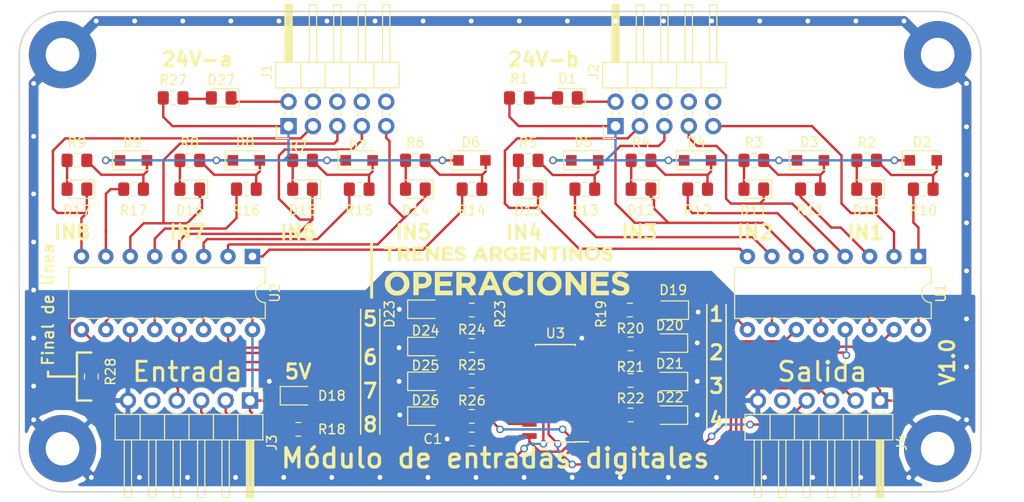
<source format=kicad_pcb>
(kicad_pcb (version 20171130) (host pcbnew "(5.0.0)")
  (title_block (title "Módulo de entradas digitales") (date 2019-08-05) (rev 1.0) (company "Trenes Argentinos Operaciones") (comment 2 "Autor: Lucas Dórdolo"))
  (layers (0 F.Cu signal) (31 B.Cu signal) (34 B.Paste user) (35 F.Paste user) (36 B.SilkS user) (37 F.SilkS user) (38 B.Mask user) (39 F.Mask user) (44 Edge.Cuts user))
  (net 0 "")
  (net 1 "Net-(J2-Pad4)")
  (net 2 "Net-(R12-Pad1)")
  (net 3 "Net-(D4-Pad2)")
  (net 4 "Net-(D6-Pad2)")
  (net 5 "Net-(R14-Pad1)")
  (net 6 "Net-(D11-Pad2)")
  (net 7 "Net-(D10-Pad2)")
  (net 8 "Net-(D1-Pad2)")
  (net 9 "Net-(D12-Pad2)")
  (net 10 "Net-(D13-Pad2)")
  (net 11 "Net-(D14-Pad2)")
  (net 12 "Net-(D15-Pad2)")
  (net 13 "Net-(D16-Pad2)")
  (net 14 "Net-(D17-Pad2)")
  (net 15 "Net-(D2-Pad2)")
  (net 16 "Net-(R10-Pad1)")
  (net 17 "Net-(R11-Pad1)")
  (net 18 "Net-(D3-Pad2)")
  (net 19 "Net-(D7-Pad2)")
  (net 20 "Net-(R15-Pad1)")
  (net 21 "Net-(R16-Pad1)")
  (net 22 "Net-(D8-Pad2)")
  (net 23 "Net-(D9-Pad2)")
  (net 24 "Net-(R17-Pad1)")
  (net 25 "Net-(D18-Pad2)")
  (net 26 "Net-(D19-Pad2)")
  (net 27 "Net-(D20-Pad2)")
  (net 28 "Net-(D21-Pad2)")
  (net 29 "Net-(D22-Pad2)")
  (net 30 "Net-(D23-Pad2)")
  (net 31 "Net-(D24-Pad2)")
  (net 32 "Net-(D25-Pad2)")
  (net 33 "Net-(D26-Pad2)")
  (net 34 "Net-(D5-Pad2)")
  (net 35 "Net-(R13-Pad1)")
  (net 36 "Net-(U3-Pad2)")
  (net 37 "Net-(U3-Pad12)")
  (net 38 "Net-(J2-Pad6)")
  (net 39 VSS)
  (net 40 VDD)
  (net 41 "Net-(D27-Pad2)")
  (net 42 "Net-(J2-Pad8)")
  (net 43 "Net-(J1-Pad8)")
  (net 44 "Net-(J1-Pad6)")
  (net 45 "Net-(J1-Pad4)")
  (net 46 "Net-(J4-Pad5)")
  (net 47 "Net-(J3-Pad5)")
  (net 48 "Net-(J1-Pad10)")
  (net 49 "Net-(J2-Pad10)")
  (net 50 /24V-B)
  (net 51 /3)
  (net 52 /24V-A)
  (net 53 /SIN)
  (net 54 /8)
  (net 55 /7)
  (net 56 /6)
  (net 57 /5)
  (net 58 /4)
  (net 59 /2)
  (net 60 /1)
  (net 61 /SOUT)
  (net 62 /PS)
  (net 63 /CLK)
  (net 64 /IN4)
  (net 65 /IN3)
  (net 66 /IN2)
  (net 67 /IN1)
  (net 68 /IN5)
  (net 69 /IN6)
  (net 70 /IN7)
  (net 71 /IN8)
  (net 72 /GND-A)
  (net 73 /GND-B)
  (module Capacitor_SMD:C_0805_2012Metric_Pad1.15x1.40mm_HandSolder (layer F.Cu) (at 155.06 112 180)
    (fp_text reference C1 (at 4.06 0 180) (layer F.SilkS))
    (fp_text value 100nF)
    (pad 1 smd roundrect (at -1.025 0 180) (size 1.15 1.4) (layers F.Cu F.Paste F.Mask) (roundrect_rratio 0.217391) (net 40 VDD))
    (pad 2 smd roundrect (at 1.025 0 180) (size 1.15 1.4) (layers F.Cu F.Paste F.Mask) (roundrect_rratio 0.217391) (net 39 VSS))
  )
  (module LED_SMD:LED_0805_2012Metric_Pad1.15x1.40mm_HandSolder (layer F.Cu) (at 165 76.5 180)
    (fp_text reference D1 (at 0 2 180) (layer F.SilkS))
    (fp_text value LED)
    (pad 1 smd roundrect (at -1.025 0 180) (size 1.15 1.4) (layers F.Cu F.Paste F.Mask) (roundrect_rratio 0.217391) (net 72 /GND-A))
    (pad 2 smd roundrect (at 1.025 0 180) (size 1.15 1.4) (layers F.Cu F.Paste F.Mask) (roundrect_rratio 0.217391) (net 8 "Net-(D1-Pad2)"))
  )
  (module LED_SMD:LED_0805_2012Metric_Pad1.15x1.40mm_HandSolder (layer F.Cu) (at 150.25 98.5)
    (fp_text reference D23 (at -3.75 0.5 90) (layer F.SilkS))
    (fp_text value LED)
    (pad 2 smd roundrect (at 1.025 0) (size 1.15 1.4) (layers F.Cu F.Paste F.Mask) (roundrect_rratio 0.217391) (net 30 "Net-(D23-Pad2)"))
    (pad 1 smd roundrect (at -1.025 0) (size 1.15 1.4) (layers F.Cu F.Paste F.Mask) (roundrect_rratio 0.217391) (net 39 VSS))
  )
  (module LED_SMD:LED_0805_2012Metric_Pad1.15x1.40mm_HandSolder (layer F.Cu) (at 160.921338 86 180)
    (fp_text reference D13 (at 0 -2.21 180) (layer F.SilkS))
    (fp_text value LED)
    (pad 1 smd roundrect (at -1.025 0 180) (size 1.15 1.4) (layers F.Cu F.Paste F.Mask) (roundrect_rratio 0.217391) (net 64 /IN4))
    (pad 2 smd roundrect (at 1.025 0 180) (size 1.15 1.4) (layers F.Cu F.Paste F.Mask) (roundrect_rratio 0.217391) (net 10 "Net-(D13-Pad2)"))
  )
  (module LED_SMD:LED_0805_2012Metric_Pad1.15x1.40mm_HandSolder (layer F.Cu) (at 196.112334 86 180)
    (fp_text reference D10 (at 0 -2.21 180) (layer F.SilkS))
    (fp_text value LED)
    (pad 2 smd roundrect (at 1.025 0 180) (size 1.15 1.4) (layers F.Cu F.Paste F.Mask) (roundrect_rratio 0.217391) (net 7 "Net-(D10-Pad2)"))
    (pad 1 smd roundrect (at -1.025 0 180) (size 1.15 1.4) (layers F.Cu F.Paste F.Mask) (roundrect_rratio 0.217391) (net 67 /IN1))
  )
  (module LED_SMD:LED_0805_2012Metric_Pad1.15x1.40mm_HandSolder (layer F.Cu) (at 184.382002 86 180)
    (fp_text reference D11 (at 0 -2.21 180) (layer F.SilkS))
    (fp_text value LED)
    (pad 1 smd roundrect (at -1.025 0 180) (size 1.15 1.4) (layers F.Cu F.Paste F.Mask) (roundrect_rratio 0.217391) (net 66 /IN2))
    (pad 2 smd roundrect (at 1.025 0 180) (size 1.15 1.4) (layers F.Cu F.Paste F.Mask) (roundrect_rratio 0.217391) (net 6 "Net-(D11-Pad2)"))
  )
  (module LED_SMD:LED_0805_2012Metric_Pad1.15x1.40mm_HandSolder (layer F.Cu) (at 172.65167 86 180)
    (fp_text reference D12 (at 0 -2.21 180) (layer F.SilkS))
    (fp_text value LED)
    (pad 2 smd roundrect (at 1.025 0 180) (size 1.15 1.4) (layers F.Cu F.Paste F.Mask) (roundrect_rratio 0.217391) (net 9 "Net-(D12-Pad2)"))
    (pad 1 smd roundrect (at -1.025 0 180) (size 1.15 1.4) (layers F.Cu F.Paste F.Mask) (roundrect_rratio 0.217391) (net 65 /IN3))
  )
  (module LED_SMD:LED_0805_2012Metric_Pad1.15x1.40mm_HandSolder (layer F.Cu) (at 129 76.5 180)
    (fp_text reference D27 (at 0 1.85 180) (layer F.SilkS))
    (fp_text value LED)
    (pad 1 smd roundrect (at -1.025 0 180) (size 1.15 1.4) (layers F.Cu F.Paste F.Mask) (roundrect_rratio 0.217391) (net 73 /GND-B))
    (pad 2 smd roundrect (at 1.025 0 180) (size 1.15 1.4) (layers F.Cu F.Paste F.Mask) (roundrect_rratio 0.217391) (net 41 "Net-(D27-Pad2)"))
  )
  (module LED_SMD:LED_0805_2012Metric_Pad1.15x1.40mm_HandSolder (layer F.Cu) (at 150.25 109.625)
    (fp_text reference D26 (at 0 -1.65) (layer F.SilkS))
    (fp_text value LED)
    (pad 2 smd roundrect (at 1.025 0) (size 1.15 1.4) (layers F.Cu F.Paste F.Mask) (roundrect_rratio 0.217391) (net 33 "Net-(D26-Pad2)"))
    (pad 1 smd roundrect (at -1.025 0) (size 1.15 1.4) (layers F.Cu F.Paste F.Mask) (roundrect_rratio 0.217391) (net 39 VSS))
  )
  (module LED_SMD:LED_0805_2012Metric_Pad1.15x1.40mm_HandSolder (layer F.Cu) (at 150.25 106)
    (fp_text reference D25 (at 0 -1.65) (layer F.SilkS))
    (fp_text value LED)
    (pad 1 smd roundrect (at -1.025 0) (size 1.15 1.4) (layers F.Cu F.Paste F.Mask) (roundrect_rratio 0.217391) (net 39 VSS))
    (pad 2 smd roundrect (at 1.025 0) (size 1.15 1.4) (layers F.Cu F.Paste F.Mask) (roundrect_rratio 0.217391) (net 32 "Net-(D25-Pad2)"))
  )
  (module LED_SMD:LED_0805_2012Metric_Pad1.15x1.40mm_HandSolder (layer F.Cu) (at 150.25 102.375)
    (fp_text reference D24 (at 0 -1.65) (layer F.SilkS))
    (fp_text value LED)
    (pad 2 smd roundrect (at 1.025 0) (size 1.15 1.4) (layers F.Cu F.Paste F.Mask) (roundrect_rratio 0.217391) (net 31 "Net-(D24-Pad2)"))
    (pad 1 smd roundrect (at -1.025 0) (size 1.15 1.4) (layers F.Cu F.Paste F.Mask) (roundrect_rratio 0.217391) (net 39 VSS))
  )
  (module LED_SMD:LED_0805_2012Metric_Pad1.15x1.40mm_HandSolder (layer F.Cu) (at 175.645 106.02 180)
    (fp_text reference D21 (at 0 1.85 180) (layer F.SilkS))
    (fp_text value LED)
    (pad 1 smd roundrect (at -1.025 0 180) (size 1.15 1.4) (layers F.Cu F.Paste F.Mask) (roundrect_rratio 0.217391) (net 39 VSS))
    (pad 2 smd roundrect (at 1.025 0 180) (size 1.15 1.4) (layers F.Cu F.Paste F.Mask) (roundrect_rratio 0.217391) (net 28 "Net-(D21-Pad2)"))
  )
  (module LED_SMD:LED_0805_2012Metric_Pad1.15x1.40mm_HandSolder (layer F.Cu) (at 175.645 102.02 180)
    (fp_text reference D20 (at 0 1.85 180) (layer F.SilkS))
    (fp_text value LED)
    (pad 2 smd roundrect (at 1.025 0 180) (size 1.15 1.4) (layers F.Cu F.Paste F.Mask) (roundrect_rratio 0.217391) (net 27 "Net-(D20-Pad2)"))
    (pad 1 smd roundrect (at -1.025 0 180) (size 1.15 1.4) (layers F.Cu F.Paste F.Mask) (roundrect_rratio 0.217391) (net 39 VSS))
  )
  (module LED_SMD:LED_0805_2012Metric_Pad1.15x1.40mm_HandSolder (layer F.Cu) (at 175.735 98.59 180)
    (fp_text reference D19 (at -0.265 2.09 180) (layer F.SilkS))
    (fp_text value LED)
    (pad 1 smd roundrect (at -1.025 0 180) (size 1.15 1.4) (layers F.Cu F.Paste F.Mask) (roundrect_rratio 0.217391) (net 39 VSS))
    (pad 2 smd roundrect (at 1.025 0 180) (size 1.15 1.4) (layers F.Cu F.Paste F.Mask) (roundrect_rratio 0.217391) (net 26 "Net-(D19-Pad2)"))
  )
  (module LED_SMD:LED_0805_2012Metric_Pad1.15x1.40mm_HandSolder (layer F.Cu) (at 137 107.5)
    (fp_text reference D18 (at 3.5 0) (layer F.SilkS))
    (fp_text value LED)
    (pad 2 smd roundrect (at 1.025 0) (size 1.15 1.4) (layers F.Cu F.Paste F.Mask) (roundrect_rratio 0.217391) (net 25 "Net-(D18-Pad2)"))
    (pad 1 smd roundrect (at -1.025 0) (size 1.15 1.4) (layers F.Cu F.Paste F.Mask) (roundrect_rratio 0.217391) (net 39 VSS))
  )
  (module LED_SMD:LED_0805_2012Metric_Pad1.15x1.40mm_HandSolder (layer F.Cu) (at 114 86 180)
    (fp_text reference D17 (at 0 -2.21 180) (layer F.SilkS))
    (fp_text value LED)
    (pad 1 smd roundrect (at -1.025 0 180) (size 1.15 1.4) (layers F.Cu F.Paste F.Mask) (roundrect_rratio 0.217391) (net 71 /IN8))
    (pad 2 smd roundrect (at 1.025 0 180) (size 1.15 1.4) (layers F.Cu F.Paste F.Mask) (roundrect_rratio 0.217391) (net 14 "Net-(D17-Pad2)"))
  )
  (module LED_SMD:LED_0805_2012Metric_Pad1.15x1.40mm_HandSolder (layer F.Cu) (at 137.460674 86 180)
    (fp_text reference D15 (at 0 -2.21 180) (layer F.SilkS))
    (fp_text value LED)
    (pad 2 smd roundrect (at 1.025 0 180) (size 1.15 1.4) (layers F.Cu F.Paste F.Mask) (roundrect_rratio 0.217391) (net 12 "Net-(D15-Pad2)"))
    (pad 1 smd roundrect (at -1.025 0 180) (size 1.15 1.4) (layers F.Cu F.Paste F.Mask) (roundrect_rratio 0.217391) (net 69 /IN6))
  )
  (module LED_SMD:LED_0805_2012Metric_Pad1.15x1.40mm_HandSolder (layer F.Cu) (at 149.191006 86 180)
    (fp_text reference D14 (at 0 -2.21 180) (layer F.SilkS))
    (fp_text value LED)
    (pad 1 smd roundrect (at -1.025 0 180) (size 1.15 1.4) (layers F.Cu F.Paste F.Mask) (roundrect_rratio 0.217391) (net 68 /IN5))
    (pad 2 smd roundrect (at 1.025 0 180) (size 1.15 1.4) (layers F.Cu F.Paste F.Mask) (roundrect_rratio 0.217391) (net 11 "Net-(D14-Pad2)"))
  )
  (module LED_SMD:LED_0805_2012Metric_Pad1.15x1.40mm_HandSolder (layer F.Cu) (at 175.645 109.52 180)
    (fp_text reference D22 (at 0 1.85 180) (layer F.SilkS))
    (fp_text value LED)
    (pad 2 smd roundrect (at 1.025 0 180) (size 1.15 1.4) (layers F.Cu F.Paste F.Mask) (roundrect_rratio 0.217391) (net 29 "Net-(D22-Pad2)"))
    (pad 1 smd roundrect (at -1.025 0 180) (size 1.15 1.4) (layers F.Cu F.Paste F.Mask) (roundrect_rratio 0.217391) (net 39 VSS))
  )
  (module LED_SMD:LED_0805_2012Metric_Pad1.15x1.40mm_HandSolder (layer F.Cu) (at 125.730342 86 180)
    (fp_text reference D16 (at 0 -2.21 180) (layer F.SilkS))
    (fp_text value LED)
    (pad 1 smd roundrect (at -1.025 0 180) (size 1.15 1.4) (layers F.Cu F.Paste F.Mask) (roundrect_rratio 0.217391) (net 70 /IN7))
    (pad 2 smd roundrect (at 1.025 0 180) (size 1.15 1.4) (layers F.Cu F.Paste F.Mask) (roundrect_rratio 0.217391) (net 13 "Net-(D16-Pad2)"))
  )
  (module Propios:TrenesArgentinosLogo (layer F.Cu) (at 158 94.5)
    (fp_text reference G1 hide)
    (fp_text value TrenesArgentinosLogo hide)
  )
  (module MountingHole:MountingHole_3.5mm_Pad (layer F.Cu) (at 203.5 113 270)
    (fp_text reference MH1 hide)
    (fp_text value MountingHole_Pad)
    (pad 1 thru_hole circle (at 0 0 270) (size 7 7) (drill 3.5) (layers *.Cu *.Mask) (net 39 VSS))
  )
  (module MountingHole:MountingHole_3.5mm_Pad (layer F.Cu) (at 203.5 72 270)
    (fp_text reference MH2 hide)
    (fp_text value MountingHole_Pad)
    (pad 1 thru_hole circle (at 0 0 270) (size 7 7) (drill 3.5) (layers *.Cu *.Mask) (net 39 VSS))
  )
  (module MountingHole:MountingHole_3.5mm_Pad (layer F.Cu) (at 112.5 72 270)
    (fp_text reference MH4 hide)
    (fp_text value MountingHole_Pad)
    (pad 1 thru_hole circle (at 0 0 270) (size 7 7) (drill 3.5) (layers *.Cu *.Mask) (net 39 VSS))
  )
  (module MountingHole:MountingHole_3.5mm_Pad (layer F.Cu) (at 112.5 113 270)
    (fp_text reference MH3 hide)
    (fp_text value MountingHole_Pad)
    (pad 1 thru_hole circle (at 0 0 270) (size 7 7) (drill 3.5) (layers *.Cu *.Mask) (net 39 VSS))
  )
  (module Resistor_SMD:R_0805_2012Metric_Pad1.15x1.40mm_HandSolder (layer F.Cu) (at 115.5 105.5 270)
    (fp_text reference R28 (at -0.5 -2 270) (layer F.SilkS))
    (fp_text value R)
    (pad 1 smd roundrect (at -1.025 0 270) (size 1.15 1.4) (layers F.Cu F.Paste F.Mask) (roundrect_rratio 0.217391) (net 53 /SIN))
    (pad 2 smd roundrect (at 1.025 0 270) (size 1.15 1.4) (layers F.Cu F.Paste F.Mask) (roundrect_rratio 0.217391) (net 39 VSS))
  )
  (module Connector_PinHeader_2.54mm:PinHeader_1x06_P2.54mm_Horizontal (layer F.Cu) (at 132 108 270)
    (fp_text reference J3 (at 4.385 -2.27 270) (layer F.SilkS))
    (fp_text value Entrada)
    (pad 6 thru_hole oval (at 0 12.7 270) (size 1.7 1.7) (drill 1) (layers *.Cu *.Mask) (net 39 VSS))
    (pad 5 thru_hole oval (at 0 10.16 270) (size 1.7 1.7) (drill 1) (layers *.Cu *.Mask) (net 47 "Net-(J3-Pad5)"))
    (pad 4 thru_hole oval (at 0 7.62 270) (size 1.7 1.7) (drill 1) (layers *.Cu *.Mask) (net 53 /SIN))
    (pad 3 thru_hole oval (at 0 5.08 270) (size 1.7 1.7) (drill 1) (layers *.Cu *.Mask) (net 62 /PS))
    (pad 2 thru_hole oval (at 0 2.54 270) (size 1.7 1.7) (drill 1) (layers *.Cu *.Mask) (net 63 /CLK))
    (pad 1 thru_hole rect (at 0 0 270) (size 1.7 1.7) (drill 1) (layers *.Cu *.Mask) (net 40 VDD))
  )
  (module Connector_PinHeader_2.54mm:PinHeader_1x06_P2.54mm_Horizontal (layer F.Cu) (at 197.5 108 270)
    (fp_text reference J4 (at 4.385 -2.27 270) (layer F.SilkS))
    (fp_text value Salida)
    (pad 1 thru_hole rect (at 0 0 270) (size 1.7 1.7) (drill 1) (layers *.Cu *.Mask) (net 40 VDD))
    (pad 2 thru_hole oval (at 0 2.54 270) (size 1.7 1.7) (drill 1) (layers *.Cu *.Mask) (net 63 /CLK))
    (pad 3 thru_hole oval (at 0 5.08 270) (size 1.7 1.7) (drill 1) (layers *.Cu *.Mask) (net 62 /PS))
    (pad 4 thru_hole oval (at 0 7.62 270) (size 1.7 1.7) (drill 1) (layers *.Cu *.Mask) (net 61 /SOUT))
    (pad 5 thru_hole oval (at 0 10.16 270) (size 1.7 1.7) (drill 1) (layers *.Cu *.Mask) (net 46 "Net-(J4-Pad5)"))
    (pad 6 thru_hole oval (at 0 12.7 270) (size 1.7 1.7) (drill 1) (layers *.Cu *.Mask) (net 39 VSS))
  )
  (module Connector_PinHeader_2.54mm:PinHeader_2x05_P2.54mm_Horizontal (layer F.Cu) (at 136 79.435 90)
    (fp_text reference J1 (at 5.655 -2.27 90) (layer F.SilkS))
    (fp_text value Opto5-8)
    (pad 10 thru_hole oval (at 2.54 10.16 90) (size 1.7 1.7) (drill 1) (layers *.Cu *.Mask) (net 48 "Net-(J1-Pad10)"))
    (pad 9 thru_hole oval (at 0 10.16 90) (size 1.7 1.7) (drill 1) (layers *.Cu *.Mask) (net 68 /IN5))
    (pad 8 thru_hole oval (at 2.54 7.62 90) (size 1.7 1.7) (drill 1) (layers *.Cu *.Mask) (net 43 "Net-(J1-Pad8)"))
    (pad 7 thru_hole oval (at 0 7.62 90) (size 1.7 1.7) (drill 1) (layers *.Cu *.Mask) (net 69 /IN6))
    (pad 6 thru_hole oval (at 2.54 5.08 90) (size 1.7 1.7) (drill 1) (layers *.Cu *.Mask) (net 44 "Net-(J1-Pad6)"))
    (pad 5 thru_hole oval (at 0 5.08 90) (size 1.7 1.7) (drill 1) (layers *.Cu *.Mask) (net 70 /IN7))
    (pad 4 thru_hole oval (at 2.54 2.54 90) (size 1.7 1.7) (drill 1) (layers *.Cu *.Mask) (net 45 "Net-(J1-Pad4)"))
    (pad 3 thru_hole oval (at 0 2.54 90) (size 1.7 1.7) (drill 1) (layers *.Cu *.Mask) (net 71 /IN8))
    (pad 2 thru_hole oval (at 2.54 0 90) (size 1.7 1.7) (drill 1) (layers *.Cu *.Mask) (net 73 /GND-B))
    (pad 1 thru_hole rect (at 0 0 90) (size 1.7 1.7) (drill 1) (layers *.Cu *.Mask) (net 50 /24V-B))
  )
  (module Connector_PinHeader_2.54mm:PinHeader_2x05_P2.54mm_Horizontal (layer F.Cu) (at 170 79.435 90)
    (fp_text reference J2 (at 5.655 -2.27 90) (layer F.SilkS))
    (fp_text value Opto1-4)
    (pad 1 thru_hole rect (at 0 0 90) (size 1.7 1.7) (drill 1) (layers *.Cu *.Mask) (net 52 /24V-A))
    (pad 2 thru_hole oval (at 2.54 0 90) (size 1.7 1.7) (drill 1) (layers *.Cu *.Mask) (net 72 /GND-A))
    (pad 3 thru_hole oval (at 0 2.54 90) (size 1.7 1.7) (drill 1) (layers *.Cu *.Mask) (net 64 /IN4))
    (pad 4 thru_hole oval (at 2.54 2.54 90) (size 1.7 1.7) (drill 1) (layers *.Cu *.Mask) (net 1 "Net-(J2-Pad4)"))
    (pad 5 thru_hole oval (at 0 5.08 90) (size 1.7 1.7) (drill 1) (layers *.Cu *.Mask) (net 65 /IN3))
    (pad 6 thru_hole oval (at 2.54 5.08 90) (size 1.7 1.7) (drill 1) (layers *.Cu *.Mask) (net 38 "Net-(J2-Pad6)"))
    (pad 7 thru_hole oval (at 0 7.62 90) (size 1.7 1.7) (drill 1) (layers *.Cu *.Mask) (net 66 /IN2))
    (pad 8 thru_hole oval (at 2.54 7.62 90) (size 1.7 1.7) (drill 1) (layers *.Cu *.Mask) (net 42 "Net-(J2-Pad8)"))
    (pad 9 thru_hole oval (at 0 10.16 90) (size 1.7 1.7) (drill 1) (layers *.Cu *.Mask) (net 67 /IN1))
    (pad 10 thru_hole oval (at 2.54 10.16 90) (size 1.7 1.7) (drill 1) (layers *.Cu *.Mask) (net 49 "Net-(J2-Pad10)"))
  )
  (module Diode_SMD:D_SOD-123F (layer F.Cu) (at 119.883 83)
    (fp_text reference D9 (at -0.127 -1.905) (layer F.SilkS))
    (fp_text value D_Zener)
    (pad 2 smd rect (at 1.4 0) (size 1.1 1.1) (layers F.Cu F.Paste F.Mask) (net 23 "Net-(D9-Pad2)"))
    (pad 1 smd rect (at -1.4 0) (size 1.1 1.1) (layers F.Cu F.Paste F.Mask) (net 50 /24V-B))
  )
  (module Diode_SMD:D_SOD-123F (layer F.Cu) (at 178.538 83)
    (fp_text reference D4 (at -0.127 -1.905) (layer F.SilkS))
    (fp_text value D_Zener)
    (pad 1 smd rect (at -1.4 0) (size 1.1 1.1) (layers F.Cu F.Paste F.Mask) (net 52 /24V-A))
    (pad 2 smd rect (at 1.4 0) (size 1.1 1.1) (layers F.Cu F.Paste F.Mask) (net 3 "Net-(D4-Pad2)"))
  )
  (module Diode_SMD:D_SOD-123F (layer F.Cu) (at 166.807 83)
    (fp_text reference D5 (at -0.127 -1.905) (layer F.SilkS))
    (fp_text value D_Zener)
    (pad 2 smd rect (at 1.4 0) (size 1.1 1.1) (layers F.Cu F.Paste F.Mask) (net 34 "Net-(D5-Pad2)"))
    (pad 1 smd rect (at -1.4 0) (size 1.1 1.1) (layers F.Cu F.Paste F.Mask) (net 52 /24V-A))
  )
  (module Diode_SMD:D_SOD-123F (layer F.Cu) (at 155.076 83)
    (fp_text reference D6 (at -0.127 -1.905) (layer F.SilkS))
    (fp_text value D_Zener)
    (pad 1 smd rect (at -1.4 0) (size 1.1 1.1) (layers F.Cu F.Paste F.Mask) (net 50 /24V-B))
    (pad 2 smd rect (at 1.4 0) (size 1.1 1.1) (layers F.Cu F.Paste F.Mask) (net 4 "Net-(D6-Pad2)"))
  )
  (module Diode_SMD:D_SOD-123F (layer F.Cu) (at 143.345 83)
    (fp_text reference D7 (at -0.127 -1.5) (layer F.SilkS))
    (fp_text value D_Zener)
    (pad 2 smd rect (at 1.4 0) (size 1.1 1.1) (layers F.Cu F.Paste F.Mask) (net 19 "Net-(D7-Pad2)"))
    (pad 1 smd rect (at -1.4 0) (size 1.1 1.1) (layers F.Cu F.Paste F.Mask) (net 50 /24V-B))
  )
  (module Diode_SMD:D_SOD-123F (layer F.Cu) (at 131.614 83)
    (fp_text reference D8 (at -0.127 -1.905) (layer F.SilkS))
    (fp_text value D_Zener)
    (pad 1 smd rect (at -1.4 0) (size 1.1 1.1) (layers F.Cu F.Paste F.Mask) (net 50 /24V-B))
    (pad 2 smd rect (at 1.4 0) (size 1.1 1.1) (layers F.Cu F.Paste F.Mask) (net 22 "Net-(D8-Pad2)"))
  )
  (module Diode_SMD:D_SOD-123F (layer F.Cu) (at 202 83)
    (fp_text reference D2 (at -0.127 -1.905) (layer F.SilkS))
    (fp_text value KDZVTFTR12B)
    (pad 2 smd rect (at 1.4 0) (size 1.1 1.1) (layers F.Cu F.Paste F.Mask) (net 15 "Net-(D2-Pad2)"))
    (pad 1 smd rect (at -1.4 0) (size 1.1 1.1) (layers F.Cu F.Paste F.Mask) (net 52 /24V-A))
  )
  (module Diode_SMD:D_SOD-123F (layer F.Cu) (at 190.269 83)
    (fp_text reference D3 (at -0.127 -1.905) (layer F.SilkS))
    (fp_text value D_Zener)
    (pad 1 smd rect (at -1.4 0) (size 1.1 1.1) (layers F.Cu F.Paste F.Mask) (net 52 /24V-A))
    (pad 2 smd rect (at 1.4 0) (size 1.1 1.1) (layers F.Cu F.Paste F.Mask) (net 18 "Net-(D3-Pad2)"))
  )
  (module Package_SO:SOIC-16_3.9x9.9mm_P1.27mm (layer F.Cu) (at 163.75 107.25 180)
    (fp_text reference U3 (at 0 6.25 180) (layer F.SilkS))
    (fp_text value 4021)
    (pad 1 smd rect (at -2.7 -4.445 180) (size 1.5 0.6) (layers F.Cu F.Paste F.Mask) (net 54 /8))
    (pad 2 smd rect (at -2.7 -3.175 180) (size 1.5 0.6) (layers F.Cu F.Paste F.Mask) (net 36 "Net-(U3-Pad2)"))
    (pad 3 smd rect (at -2.7 -1.905 180) (size 1.5 0.6) (layers F.Cu F.Paste F.Mask) (net 61 /SOUT))
    (pad 4 smd rect (at -2.7 -0.635 180) (size 1.5 0.6) (layers F.Cu F.Paste F.Mask) (net 58 /4))
    (pad 5 smd rect (at -2.7 0.635 180) (size 1.5 0.6) (layers F.Cu F.Paste F.Mask) (net 51 /3))
    (pad 6 smd rect (at -2.7 1.905 180) (size 1.5 0.6) (layers F.Cu F.Paste F.Mask) (net 59 /2))
    (pad 7 smd rect (at -2.7 3.175 180) (size 1.5 0.6) (layers F.Cu F.Paste F.Mask) (net 60 /1))
    (pad 8 smd rect (at -2.7 4.445 180) (size 1.5 0.6) (layers F.Cu F.Paste F.Mask) (net 39 VSS))
    (pad 9 smd rect (at 2.7 4.445 180) (size 1.5 0.6) (layers F.Cu F.Paste F.Mask) (net 62 /PS))
    (pad 10 smd rect (at 2.7 3.175 180) (size 1.5 0.6) (layers F.Cu F.Paste F.Mask) (net 63 /CLK))
    (pad 11 smd rect (at 2.7 1.905 180) (size 1.5 0.6) (layers F.Cu F.Paste F.Mask) (net 53 /SIN))
    (pad 12 smd rect (at 2.7 0.635 180) (size 1.5 0.6) (layers F.Cu F.Paste F.Mask) (net 37 "Net-(U3-Pad12)"))
    (pad 13 smd rect (at 2.7 -0.635 180) (size 1.5 0.6) (layers F.Cu F.Paste F.Mask) (net 57 /5))
    (pad 14 smd rect (at 2.7 -1.905 180) (size 1.5 0.6) (layers F.Cu F.Paste F.Mask) (net 56 /6))
    (pad 15 smd rect (at 2.7 -3.175 180) (size 1.5 0.6) (layers F.Cu F.Paste F.Mask) (net 55 /7))
    (pad 16 smd rect (at 2.7 -4.445 180) (size 1.5 0.6) (layers F.Cu F.Paste F.Mask) (net 40 VDD))
  )
  (module Resistor_SMD:R_0805_2012Metric_Pad1.15x1.40mm_HandSolder (layer F.Cu) (at 114 83 180)
    (fp_text reference R9 (at 0 1.85 180) (layer F.SilkS))
    (fp_text value R)
    (pad 1 smd roundrect (at -1.025 0 180) (size 1.15 1.4) (layers F.Cu F.Paste F.Mask) (roundrect_rratio 0.217391) (net 23 "Net-(D9-Pad2)"))
    (pad 2 smd roundrect (at 1.025 0 180) (size 1.15 1.4) (layers F.Cu F.Paste F.Mask) (roundrect_rratio 0.217391) (net 14 "Net-(D17-Pad2)"))
  )
  (module Resistor_SMD:R_0805_2012Metric_Pad1.15x1.40mm_HandSolder (layer F.Cu) (at 171.5 98.58 180)
    (fp_text reference R19 (at 3 -0.42 270) (layer F.SilkS))
    (fp_text value R)
    (pad 2 smd roundrect (at 1.025 0 180) (size 1.15 1.4) (layers F.Cu F.Paste F.Mask) (roundrect_rratio 0.217391) (net 60 /1))
    (pad 1 smd roundrect (at -1.025 0 180) (size 1.15 1.4) (layers F.Cu F.Paste F.Mask) (roundrect_rratio 0.217391) (net 26 "Net-(D19-Pad2)"))
  )
  (module Resistor_SMD:R_0805_2012Metric_Pad1.15x1.40mm_HandSolder (layer F.Cu) (at 124 76.5 180)
    (fp_text reference R27 (at 0 1.85 180) (layer F.SilkS))
    (fp_text value R)
    (pad 1 smd roundrect (at -1.025 0 180) (size 1.15 1.4) (layers F.Cu F.Paste F.Mask) (roundrect_rratio 0.217391) (net 41 "Net-(D27-Pad2)"))
    (pad 2 smd roundrect (at 1.025 0 180) (size 1.15 1.4) (layers F.Cu F.Paste F.Mask) (roundrect_rratio 0.217391) (net 50 /24V-B))
  )
  (module Resistor_SMD:R_0805_2012Metric_Pad1.15x1.40mm_HandSolder (layer F.Cu) (at 155.06 109.65)
    (fp_text reference R26 (at 0 -1.65) (layer F.SilkS))
    (fp_text value R)
    (pad 2 smd roundrect (at 1.025 0) (size 1.15 1.4) (layers F.Cu F.Paste F.Mask) (roundrect_rratio 0.217391) (net 54 /8))
    (pad 1 smd roundrect (at -1.025 0) (size 1.15 1.4) (layers F.Cu F.Paste F.Mask) (roundrect_rratio 0.217391) (net 33 "Net-(D26-Pad2)"))
  )
  (module Resistor_SMD:R_0805_2012Metric_Pad1.15x1.40mm_HandSolder (layer F.Cu) (at 155.06 105.96)
    (fp_text reference R25 (at 0 -1.65) (layer F.SilkS))
    (fp_text value R)
    (pad 1 smd roundrect (at -1.025 0) (size 1.15 1.4) (layers F.Cu F.Paste F.Mask) (roundrect_rratio 0.217391) (net 32 "Net-(D25-Pad2)"))
    (pad 2 smd roundrect (at 1.025 0) (size 1.15 1.4) (layers F.Cu F.Paste F.Mask) (roundrect_rratio 0.217391) (net 55 /7))
  )
  (module Resistor_SMD:R_0805_2012Metric_Pad1.15x1.40mm_HandSolder (layer F.Cu) (at 155.06 102.27)
    (fp_text reference R24 (at 0 -1.65) (layer F.SilkS))
    (fp_text value R)
    (pad 2 smd roundrect (at 1.025 0) (size 1.15 1.4) (layers F.Cu F.Paste F.Mask) (roundrect_rratio 0.217391) (net 56 /6))
    (pad 1 smd roundrect (at -1.025 0) (size 1.15 1.4) (layers F.Cu F.Paste F.Mask) (roundrect_rratio 0.217391) (net 31 "Net-(D24-Pad2)"))
  )
  (module Resistor_SMD:R_0805_2012Metric_Pad1.15x1.40mm_HandSolder (layer F.Cu) (at 137.025 111 180)
    (fp_text reference R18 (at -3.475 0 180) (layer F.SilkS))
    (fp_text value R)
    (pad 1 smd roundrect (at -1.025 0 180) (size 1.15 1.4) (layers F.Cu F.Paste F.Mask) (roundrect_rratio 0.217391) (net 25 "Net-(D18-Pad2)"))
    (pad 2 smd roundrect (at 1.025 0 180) (size 1.15 1.4) (layers F.Cu F.Paste F.Mask) (roundrect_rratio 0.217391) (net 40 VDD))
  )
  (module Resistor_SMD:R_0805_2012Metric_Pad1.15x1.40mm_HandSolder (layer F.Cu) (at 119.887676 86)
    (fp_text reference R17 (at 0 2.21) (layer F.SilkS))
    (fp_text value R)
    (pad 2 smd roundrect (at 1.025 0) (size 1.15 1.4) (layers F.Cu F.Paste F.Mask) (roundrect_rratio 0.217391) (net 23 "Net-(D9-Pad2)"))
    (pad 1 smd roundrect (at -1.025 0) (size 1.15 1.4) (layers F.Cu F.Paste F.Mask) (roundrect_rratio 0.217391) (net 24 "Net-(R17-Pad1)"))
  )
  (module Resistor_SMD:R_0805_2012Metric_Pad1.15x1.40mm_HandSolder (layer F.Cu) (at 131.618008 86)
    (fp_text reference R16 (at 0 2.21) (layer F.SilkS))
    (fp_text value R)
    (pad 1 smd roundrect (at -1.025 0) (size 1.15 1.4) (layers F.Cu F.Paste F.Mask) (roundrect_rratio 0.217391) (net 21 "Net-(R16-Pad1)"))
    (pad 2 smd roundrect (at 1.025 0) (size 1.15 1.4) (layers F.Cu F.Paste F.Mask) (roundrect_rratio 0.217391) (net 22 "Net-(D8-Pad2)"))
  )
  (module Resistor_SMD:R_0805_2012Metric_Pad1.15x1.40mm_HandSolder (layer F.Cu) (at 143.34834 86)
    (fp_text reference R15 (at 0 2.21) (layer F.SilkS))
    (fp_text value R)
    (pad 2 smd roundrect (at 1.025 0) (size 1.15 1.4) (layers F.Cu F.Paste F.Mask) (roundrect_rratio 0.217391) (net 19 "Net-(D7-Pad2)"))
    (pad 1 smd roundrect (at -1.025 0) (size 1.15 1.4) (layers F.Cu F.Paste F.Mask) (roundrect_rratio 0.217391) (net 20 "Net-(R15-Pad1)"))
  )
  (module Resistor_SMD:R_0805_2012Metric_Pad1.15x1.40mm_HandSolder (layer F.Cu) (at 155.078672 86)
    (fp_text reference R14 (at 0 2.21) (layer F.SilkS))
    (fp_text value R)
    (pad 1 smd roundrect (at -1.025 0) (size 1.15 1.4) (layers F.Cu F.Paste F.Mask) (roundrect_rratio 0.217391) (net 5 "Net-(R14-Pad1)"))
    (pad 2 smd roundrect (at 1.025 0) (size 1.15 1.4) (layers F.Cu F.Paste F.Mask) (roundrect_rratio 0.217391) (net 4 "Net-(D6-Pad2)"))
  )
  (module Resistor_SMD:R_0805_2012Metric_Pad1.15x1.40mm_HandSolder (layer F.Cu) (at 166.809004 86)
    (fp_text reference R13 (at 0 2.21) (layer F.SilkS))
    (fp_text value R)
    (pad 2 smd roundrect (at 1.025 0) (size 1.15 1.4) (layers F.Cu F.Paste F.Mask) (roundrect_rratio 0.217391) (net 34 "Net-(D5-Pad2)"))
    (pad 1 smd roundrect (at -1.025 0) (size 1.15 1.4) (layers F.Cu F.Paste F.Mask) (roundrect_rratio 0.217391) (net 35 "Net-(R13-Pad1)"))
  )
  (module Resistor_SMD:R_0805_2012Metric_Pad1.15x1.40mm_HandSolder (layer F.Cu) (at 190.269668 86)
    (fp_text reference R11 (at 0 2.21) (layer F.SilkS))
    (fp_text value R)
    (pad 1 smd roundrect (at -1.025 0) (size 1.15 1.4) (layers F.Cu F.Paste F.Mask) (roundrect_rratio 0.217391) (net 17 "Net-(R11-Pad1)"))
    (pad 2 smd roundrect (at 1.025 0) (size 1.15 1.4) (layers F.Cu F.Paste F.Mask) (roundrect_rratio 0.217391) (net 18 "Net-(D3-Pad2)"))
  )
  (module Resistor_SMD:R_0805_2012Metric_Pad1.15x1.40mm_HandSolder (layer F.Cu) (at 125.731 83 180)
    (fp_text reference R8 (at 0 1.85 180) (layer F.SilkS))
    (fp_text value R)
    (pad 2 smd roundrect (at 1.025 0 180) (size 1.15 1.4) (layers F.Cu F.Paste F.Mask) (roundrect_rratio 0.217391) (net 13 "Net-(D16-Pad2)"))
    (pad 1 smd roundrect (at -1.025 0 180) (size 1.15 1.4) (layers F.Cu F.Paste F.Mask) (roundrect_rratio 0.217391) (net 22 "Net-(D8-Pad2)"))
  )
  (module Resistor_SMD:R_0805_2012Metric_Pad1.15x1.40mm_HandSolder (layer F.Cu) (at 137.462 83 180)
    (fp_text reference R7 (at 0.462 1.5 180) (layer F.SilkS))
    (fp_text value R)
    (pad 1 smd roundrect (at -1.025 0 180) (size 1.15 1.4) (layers F.Cu F.Paste F.Mask) (roundrect_rratio 0.217391) (net 19 "Net-(D7-Pad2)"))
    (pad 2 smd roundrect (at 1.025 0 180) (size 1.15 1.4) (layers F.Cu F.Paste F.Mask) (roundrect_rratio 0.217391) (net 12 "Net-(D15-Pad2)"))
  )
  (module Resistor_SMD:R_0805_2012Metric_Pad1.15x1.40mm_HandSolder (layer F.Cu) (at 149.193 83 180)
    (fp_text reference R6 (at 0 1.85 180) (layer F.SilkS))
    (fp_text value R)
    (pad 2 smd roundrect (at 1.025 0 180) (size 1.15 1.4) (layers F.Cu F.Paste F.Mask) (roundrect_rratio 0.217391) (net 11 "Net-(D14-Pad2)"))
    (pad 1 smd roundrect (at -1.025 0 180) (size 1.15 1.4) (layers F.Cu F.Paste F.Mask) (roundrect_rratio 0.217391) (net 4 "Net-(D6-Pad2)"))
  )
  (module Resistor_SMD:R_0805_2012Metric_Pad1.15x1.40mm_HandSolder (layer F.Cu) (at 160.924 83 180)
    (fp_text reference R5 (at 0 1.85 180) (layer F.SilkS))
    (fp_text value R)
    (pad 1 smd roundrect (at -1.025 0 180) (size 1.15 1.4) (layers F.Cu F.Paste F.Mask) (roundrect_rratio 0.217391) (net 34 "Net-(D5-Pad2)"))
    (pad 2 smd roundrect (at 1.025 0 180) (size 1.15 1.4) (layers F.Cu F.Paste F.Mask) (roundrect_rratio 0.217391) (net 10 "Net-(D13-Pad2)"))
  )
  (module Resistor_SMD:R_0805_2012Metric_Pad1.15x1.40mm_HandSolder (layer F.Cu) (at 172.655 83 180)
    (fp_text reference R4 (at 0 1.85 180) (layer F.SilkS))
    (fp_text value R)
    (pad 2 smd roundrect (at 1.025 0 180) (size 1.15 1.4) (layers F.Cu F.Paste F.Mask) (roundrect_rratio 0.217391) (net 9 "Net-(D12-Pad2)"))
    (pad 1 smd roundrect (at -1.025 0 180) (size 1.15 1.4) (layers F.Cu F.Paste F.Mask) (roundrect_rratio 0.217391) (net 3 "Net-(D4-Pad2)"))
  )
  (module Resistor_SMD:R_0805_2012Metric_Pad1.15x1.40mm_HandSolder (layer F.Cu) (at 184.386 83 180)
    (fp_text reference R3 (at 0 1.85 180) (layer F.SilkS))
    (fp_text value R)
    (pad 1 smd roundrect (at -1.025 0 180) (size 1.15 1.4) (layers F.Cu F.Paste F.Mask) (roundrect_rratio 0.217391) (net 18 "Net-(D3-Pad2)"))
    (pad 2 smd roundrect (at 1.025 0 180) (size 1.15 1.4) (layers F.Cu F.Paste F.Mask) (roundrect_rratio 0.217391) (net 6 "Net-(D11-Pad2)"))
  )
  (module Resistor_SMD:R_0805_2012Metric_Pad1.15x1.40mm_HandSolder (layer F.Cu) (at 196.117 83 180)
    (fp_text reference R2 (at 0 1.85 180) (layer F.SilkS))
    (fp_text value R)
    (pad 2 smd roundrect (at 1.025 0 180) (size 1.15 1.4) (layers F.Cu F.Paste F.Mask) (roundrect_rratio 0.217391) (net 7 "Net-(D10-Pad2)"))
    (pad 1 smd roundrect (at -1.025 0 180) (size 1.15 1.4) (layers F.Cu F.Paste F.Mask) (roundrect_rratio 0.217391) (net 15 "Net-(D2-Pad2)"))
  )
  (module Resistor_SMD:R_0805_2012Metric_Pad1.15x1.40mm_HandSolder (layer F.Cu) (at 160 76.5 180)
    (fp_text reference R1 (at 0 2 180) (layer F.SilkS))
    (fp_text value R)
    (pad 1 smd roundrect (at -1.025 0 180) (size 1.15 1.4) (layers F.Cu F.Paste F.Mask) (roundrect_rratio 0.217391) (net 8 "Net-(D1-Pad2)"))
    (pad 2 smd roundrect (at 1.025 0 180) (size 1.15 1.4) (layers F.Cu F.Paste F.Mask) (roundrect_rratio 0.217391) (net 52 /24V-A))
  )
  (module Resistor_SMD:R_0805_2012Metric_Pad1.15x1.40mm_HandSolder (layer F.Cu) (at 155.06 98.58)
    (fp_text reference R23 (at 2.94 0.42 90) (layer F.SilkS))
    (fp_text value R)
    (pad 2 smd roundrect (at 1.025 0) (size 1.15 1.4) (layers F.Cu F.Paste F.Mask) (roundrect_rratio 0.217391) (net 57 /5))
    (pad 1 smd roundrect (at -1.025 0) (size 1.15 1.4) (layers F.Cu F.Paste F.Mask) (roundrect_rratio 0.217391) (net 30 "Net-(D23-Pad2)"))
  )
  (module Resistor_SMD:R_0805_2012Metric_Pad1.15x1.40mm_HandSolder (layer F.Cu) (at 171.565 109.5 180)
    (fp_text reference R22 (at 0 1.72 180) (layer F.SilkS))
    (fp_text value R)
    (pad 1 smd roundrect (at -1.025 0 180) (size 1.15 1.4) (layers F.Cu F.Paste F.Mask) (roundrect_rratio 0.217391) (net 29 "Net-(D22-Pad2)"))
    (pad 2 smd roundrect (at 1.025 0 180) (size 1.15 1.4) (layers F.Cu F.Paste F.Mask) (roundrect_rratio 0.217391) (net 58 /4))
  )
  (module Resistor_SMD:R_0805_2012Metric_Pad1.15x1.40mm_HandSolder (layer F.Cu) (at 171.565 105.91 180)
    (fp_text reference R21 (at 0 1.41 180) (layer F.SilkS))
    (fp_text value R)
    (pad 2 smd roundrect (at 1.025 0 180) (size 1.15 1.4) (layers F.Cu F.Paste F.Mask) (roundrect_rratio 0.217391) (net 51 /3))
    (pad 1 smd roundrect (at -1.025 0 180) (size 1.15 1.4) (layers F.Cu F.Paste F.Mask) (roundrect_rratio 0.217391) (net 28 "Net-(D21-Pad2)"))
  )
  (module Resistor_SMD:R_0805_2012Metric_Pad1.15x1.40mm_HandSolder (layer F.Cu) (at 202 86)
    (fp_text reference R10 (at 0 2.21) (layer F.SilkS))
    (fp_text value R)
    (pad 1 smd roundrect (at -1.025 0) (size 1.15 1.4) (layers F.Cu F.Paste F.Mask) (roundrect_rratio 0.217391) (net 16 "Net-(R10-Pad1)"))
    (pad 2 smd roundrect (at 1.025 0) (size 1.15 1.4) (layers F.Cu F.Paste F.Mask) (roundrect_rratio 0.217391) (net 15 "Net-(D2-Pad2)"))
  )
  (module Resistor_SMD:R_0805_2012Metric_Pad1.15x1.40mm_HandSolder (layer F.Cu) (at 171.565 102.1 180)
    (fp_text reference R20 (at 0 1.6 180) (layer F.SilkS))
    (fp_text value R)
    (pad 2 smd roundrect (at 1.025 0 180) (size 1.15 1.4) (layers F.Cu F.Paste F.Mask) (roundrect_rratio 0.217391) (net 59 /2))
    (pad 1 smd roundrect (at -1.025 0 180) (size 1.15 1.4) (layers F.Cu F.Paste F.Mask) (roundrect_rratio 0.217391) (net 27 "Net-(D20-Pad2)"))
  )
  (module Resistor_SMD:R_0805_2012Metric_Pad1.15x1.40mm_HandSolder (layer F.Cu) (at 178.539336 86)
    (fp_text reference R12 (at 0 2.21) (layer F.SilkS))
    (fp_text value R)
    (pad 1 smd roundrect (at -1.025 0) (size 1.15 1.4) (layers F.Cu F.Paste F.Mask) (roundrect_rratio 0.217391) (net 2 "Net-(R12-Pad1)"))
    (pad 2 smd roundrect (at 1.025 0) (size 1.15 1.4) (layers F.Cu F.Paste F.Mask) (roundrect_rratio 0.217391) (net 3 "Net-(D4-Pad2)"))
  )
  (module Package_DIP:DIP-16_W7.62mm (layer F.Cu) (at 132.25 93 270)
    (fp_text reference U2 (at 3.81 -2.33 270) (layer F.SilkS))
    (fp_text value TLP627-4)
    (pad 1 thru_hole rect (at 0 0 270) (size 1.6 1.6) (drill 0.8) (layers *.Cu *.Mask) (net 5 "Net-(R14-Pad1)"))
    (pad 9 thru_hole oval (at 7.62 17.78 270) (size 1.6 1.6) (drill 0.8) (layers *.Cu *.Mask) (net 54 /8))
    (pad 2 thru_hole oval (at 0 2.54 270) (size 1.6 1.6) (drill 0.8) (layers *.Cu *.Mask) (net 68 /IN5))
    (pad 10 thru_hole oval (at 7.62 15.24 270) (size 1.6 1.6) (drill 0.8) (layers *.Cu *.Mask) (net 40 VDD))
    (pad 3 thru_hole oval (at 0 5.08 270) (size 1.6 1.6) (drill 0.8) (layers *.Cu *.Mask) (net 20 "Net-(R15-Pad1)"))
    (pad 11 thru_hole oval (at 7.62 12.7 270) (size 1.6 1.6) (drill 0.8) (layers *.Cu *.Mask) (net 55 /7))
    (pad 4 thru_hole oval (at 0 7.62 270) (size 1.6 1.6) (drill 0.8) (layers *.Cu *.Mask) (net 69 /IN6))
    (pad 12 thru_hole oval (at 7.62 10.16 270) (size 1.6 1.6) (drill 0.8) (layers *.Cu *.Mask) (net 40 VDD))
    (pad 5 thru_hole oval (at 0 10.16 270) (size 1.6 1.6) (drill 0.8) (layers *.Cu *.Mask) (net 21 "Net-(R16-Pad1)"))
    (pad 13 thru_hole oval (at 7.62 7.62 270) (size 1.6 1.6) (drill 0.8) (layers *.Cu *.Mask) (net 56 /6))
    (pad 6 thru_hole oval (at 0 12.7 270) (size 1.6 1.6) (drill 0.8) (layers *.Cu *.Mask) (net 70 /IN7))
    (pad 14 thru_hole oval (at 7.62 5.08 270) (size 1.6 1.6) (drill 0.8) (layers *.Cu *.Mask) (net 40 VDD))
    (pad 7 thru_hole oval (at 0 15.24 270) (size 1.6 1.6) (drill 0.8) (layers *.Cu *.Mask) (net 24 "Net-(R17-Pad1)"))
    (pad 15 thru_hole oval (at 7.62 2.54 270) (size 1.6 1.6) (drill 0.8) (layers *.Cu *.Mask) (net 57 /5))
    (pad 8 thru_hole oval (at 0 17.78 270) (size 1.6 1.6) (drill 0.8) (layers *.Cu *.Mask) (net 71 /IN8))
    (pad 16 thru_hole oval (at 7.62 0 270) (size 1.6 1.6) (drill 0.8) (layers *.Cu *.Mask) (net 40 VDD))
  )
  (module Package_DIP:DIP-16_W7.62mm (layer F.Cu) (at 201.5 93 270)
    (fp_text reference U1 (at 3.81 -2.33 270) (layer F.SilkS))
    (fp_text value TLP627-4)
    (pad 16 thru_hole oval (at 7.62 0 270) (size 1.6 1.6) (drill 0.8) (layers *.Cu *.Mask) (net 40 VDD))
    (pad 8 thru_hole oval (at 0 17.78 270) (size 1.6 1.6) (drill 0.8) (layers *.Cu *.Mask) (net 64 /IN4))
    (pad 15 thru_hole oval (at 7.62 2.54 270) (size 1.6 1.6) (drill 0.8) (layers *.Cu *.Mask) (net 60 /1))
    (pad 7 thru_hole oval (at 0 15.24 270) (size 1.6 1.6) (drill 0.8) (layers *.Cu *.Mask) (net 35 "Net-(R13-Pad1)"))
    (pad 14 thru_hole oval (at 7.62 5.08 270) (size 1.6 1.6) (drill 0.8) (layers *.Cu *.Mask) (net 40 VDD))
    (pad 6 thru_hole oval (at 0 12.7 270) (size 1.6 1.6) (drill 0.8) (layers *.Cu *.Mask) (net 65 /IN3))
    (pad 13 thru_hole oval (at 7.62 7.62 270) (size 1.6 1.6) (drill 0.8) (layers *.Cu *.Mask) (net 59 /2))
    (pad 5 thru_hole oval (at 0 10.16 270) (size 1.6 1.6) (drill 0.8) (layers *.Cu *.Mask) (net 2 "Net-(R12-Pad1)"))
    (pad 12 thru_hole oval (at 7.62 10.16 270) (size 1.6 1.6) (drill 0.8) (layers *.Cu *.Mask) (net 40 VDD))
    (pad 4 thru_hole oval (at 0 7.62 270) (size 1.6 1.6) (drill 0.8) (layers *.Cu *.Mask) (net 66 /IN2))
    (pad 11 thru_hole oval (at 7.62 12.7 270) (size 1.6 1.6) (drill 0.8) (layers *.Cu *.Mask) (net 51 /3))
    (pad 3 thru_hole oval (at 0 5.08 270) (size 1.6 1.6) (drill 0.8) (layers *.Cu *.Mask) (net 17 "Net-(R11-Pad1)"))
    (pad 10 thru_hole oval (at 7.62 15.24 270) (size 1.6 1.6) (drill 0.8) (layers *.Cu *.Mask) (net 40 VDD))
    (pad 2 thru_hole oval (at 0 2.54 270) (size 1.6 1.6) (drill 0.8) (layers *.Cu *.Mask) (net 67 /IN1))
    (pad 9 thru_hole oval (at 7.62 17.78 270) (size 1.6 1.6) (drill 0.8) (layers *.Cu *.Mask) (net 58 /4))
    (pad 1 thru_hole rect (at 0 0 270) (size 1.6 1.6) (drill 0.8) (layers *.Cu *.Mask) (net 16 "Net-(R10-Pad1)"))
  )
  (gr_text 5V (at 137 105) (layer F.SilkS) (effects (font (size 1.5 1.5) (thickness 0.3))))
  (gr_text 3 (at 180.5 106.5) (layer F.SilkS) (effects (font (size 1.5 1.5) (thickness 0.3))))
  (gr_text 4 (at 180.5 110) (layer F.SilkS) (effects (font (size 1.5 1.5) (thickness 0.3))))
  (gr_text 1 (at 180.5 99) (layer F.SilkS) (effects (font (size 1.5 1.5) (thickness 0.3))))
  (gr_text 2 (at 180.5 103) (layer F.SilkS) (effects (font (size 1.5 1.5) (thickness 0.3))))
  (gr_line (start 181.5 98) (end 181.5 111) (layer F.SilkS) (width 0.15))
  (gr_line (start 179.5 98) (end 179.5 111) (layer F.SilkS) (width 0.15))
  (gr_line (start 145.5 98.5) (end 145.5 111.5) (layer F.SilkS) (width 0.15))
  (gr_line (start 143.5 98.5) (end 143.5 111.5) (layer F.SilkS) (width 0.15))
  (gr_text 8 (at 144.5 110.5) (layer F.SilkS) (effects (font (size 1.5 1.5) (thickness 0.3))))
  (gr_text 7 (at 144.5 107) (layer F.SilkS) (effects (font (size 1.5 1.5) (thickness 0.3))))
  (gr_text 6 (at 144.5 103.5) (layer F.SilkS) (effects (font (size 1.5 1.5) (thickness 0.3))))
  (gr_text 5 (at 144.5 99.5) (layer F.SilkS) (effects (font (size 1.5 1.5) (thickness 0.3))))
  (gr_line (start 111 105.5) (end 111 105) (layer F.SilkS) (width 0.25))
  (gr_line (start 114 105.5) (end 111 105.5) (layer F.SilkS) (width 0.25))
  (gr_line (start 114 108) (end 115.5 108) (layer F.SilkS) (width 0.25))
  (gr_line (start 114 103) (end 114 108) (layer F.SilkS) (width 0.25))
  (gr_line (start 115.5 103) (end 114 103) (layer F.SilkS) (width 0.25))
  (gr_text "Final de línea" (at 111 98 90) (layer F.SilkS) (effects (font (size 1.2 1.2) (thickness 0.2))))
  (gr_text 24V-b (at 162.525 72.5) (layer F.SilkS) (effects (font (size 1.5 1.5) (thickness 0.3))))
  (gr_text 24V-a (at 126.5 72.5) (layer F.SilkS) (effects (font (size 1.5 1.5) (thickness 0.3))))
  (gr_text IN8 (at 113.5 90.5) (layer F.SilkS) (effects (font (size 1.5 1.5) (thickness 0.3))))
  (gr_text IN7 (at 125.5 90.5) (layer F.SilkS) (effects (font (size 1.5 1.5) (thickness 0.3))))
  (gr_text IN6 (at 137 90.5) (layer F.SilkS) (effects (font (size 1.5 1.5) (thickness 0.3))))
  (gr_text IN5 (at 149 90.5) (layer F.SilkS) (effects (font (size 1.5 1.5) (thickness 0.3))))
  (gr_text IN4 (at 160.5 90.5) (layer F.SilkS) (effects (font (size 1.5 1.5) (thickness 0.3))))
  (gr_text IN3 (at 172.5 90.5) (layer F.SilkS) (effects (font (size 1.5 1.5) (thickness 0.3))))
  (gr_text IN2 (at 184.5 90.5) (layer F.SilkS) (effects (font (size 1.5 1.5) (thickness 0.3))))
  (gr_text IN1 (at 196 90.5) (layer F.SilkS) (effects (font (size 1.5 1.5) (thickness 0.3))))
  (gr_text Salida (at 191.5 105) (layer F.SilkS) (effects (font (size 2 2) (thickness 0.3))))
  (gr_text Entrada (at 125.5 105) (layer F.SilkS) (effects (font (size 2 2) (thickness 0.3))))
  (gr_text V1.0 (at 204.5 104 90) (layer F.SilkS) (effects (font (size 1.5 1.5) (thickness 0.3))))
  (gr_text "Módulo de entradas digitales" (at 157.5 114) (layer F.SilkS) (effects (font (size 2 2) (thickness 0.35))))
  (gr_line (start 112.5 117.5) (end 203.5 117.5) (layer Edge.Cuts) (width 0.15))
  (gr_arc (start 203.5 113) (end 203.5 117.5) (angle -90) (layer Edge.Cuts) (width 0.15))
  (gr_arc (start 112.5 113) (end 108 113) (angle -90) (layer Edge.Cuts) (width 0.15))
  (gr_arc (start 203.5 72) (end 208 72) (angle -90) (layer Edge.Cuts) (width 0.15))
  (gr_arc (start 112.5 72) (end 112.5 67.5) (angle -90) (layer Edge.Cuts) (width 0.15))
  (gr_line (start 108 72) (end 108 113) (layer Edge.Cuts) (width 0.15))
  (gr_line (start 112.5 67.5) (end 203.5 67.5) (layer Edge.Cuts) (width 0.15))
  (gr_line (start 208 72) (end 208 113) (layer Edge.Cuts) (width 0.15))
  (segment (start 177.514336 86) (end 177.514336 88.014336) (width 0.25) (layer F.Cu) (net 2))
  (segment (start 177.514336 88.014336) (end 178 88.5) (width 0.25) (layer F.Cu) (net 2))
  (segment (start 186.84 88.5) (end 191.34 93) (width 0.25) (layer F.Cu) (net 2))
  (segment (start 178 88.5) (end 186.84 88.5) (width 0.25) (layer F.Cu) (net 2))
  (segment (start 179.563 86) (end 179.563 84.525) (width 0.25) (layer F.Cu) (net 3))
  (segment (start 179.938 84.15) (end 179.588 84.5) (width 0.25) (layer F.Cu) (net 3))
  (segment (start 179.938 83) (end 179.938 84.15) (width 0.25) (layer F.Cu) (net 3))
  (segment (start 175.18 84.5) (end 173.68 83) (width 0.25) (layer F.Cu) (net 3))
  (segment (start 179.588 84.5) (end 175.18 84.5) (width 0.25) (layer F.Cu) (net 3))
  (segment (start 156.125 86) (end 156.125 84.525) (width 0.25) (layer F.Cu) (net 4))
  (segment (start 156.5 84.15) (end 156.15 84.5) (width 0.25) (layer F.Cu) (net 4))
  (segment (start 156.5 83) (end 156.5 84.15) (width 0.25) (layer F.Cu) (net 4))
  (segment (start 151.718 84.5) (end 150.218 83) (width 0.25) (layer F.Cu) (net 4))
  (segment (start 156.15 84.5) (end 151.718 84.5) (width 0.25) (layer F.Cu) (net 4))
  (segment (start 133.3 93) (end 133.99994 92.30006) (width 0.25) (layer F.Cu) (net 5))
  (segment (start 132.25 93) (end 133.3 93) (width 0.25) (layer F.Cu) (net 5))
  (segment (start 154.053672 88.246388) (end 150 92.30006) (width 0.25) (layer F.Cu) (net 5))
  (segment (start 154.053672 86) (end 154.053672 88.246388) (width 0.25) (layer F.Cu) (net 5))
  (segment (start 133.99994 92.30006) (end 150 92.30006) (width 0.25) (layer F.Cu) (net 5))
  (segment (start 183.361 83) (end 183.361 85.995334) (width 0.25) (layer F.Cu) (net 6))
  (segment (start 195.092 85.995334) (end 195.087334 86) (width 0.25) (layer F.Cu) (net 7))
  (segment (start 195.092 83) (end 195.092 85.995334) (width 0.25) (layer F.Cu) (net 7))
  (segment (start 163.975 76.5) (end 161.025 76.5) (width 0.25) (layer F.Cu) (net 8))
  (segment (start 171.63 83) (end 171.63 85.995334) (width 0.25) (layer F.Cu) (net 9))
  (segment (start 159.899 83) (end 159.899 85.995334) (width 0.25) (layer F.Cu) (net 10))
  (segment (start 148.192 83) (end 148.192 85.995334) (width 0.25) (layer F.Cu) (net 11))
  (segment (start 136.437 83) (end 136.437 85.995334) (width 0.25) (layer F.Cu) (net 12))
  (segment (start 124.706 83) (end 124.706 85.995334) (width 0.25) (layer F.Cu) (net 13))
  (segment (start 112.975 83) (end 112.975 85.995334) (width 0.25) (layer F.Cu) (net 14))
  (segment (start 203.4 85.625) (end 203.025 86) (width 0.25) (layer F.Cu) (net 15))
  (segment (start 203.025 86) (end 203.025 84.525) (width 0.25) (layer F.Cu) (net 15))
  (segment (start 203.4 84.15) (end 203.05 84.5) (width 0.25) (layer F.Cu) (net 15))
  (segment (start 203.4 83) (end 203.4 84.15) (width 0.25) (layer F.Cu) (net 15))
  (segment (start 203.025 84.525) (end 203.05 84.5) (width 0.25) (layer F.Cu) (net 15))
  (segment (start 198.667 84.525) (end 197.142 83) (width 0.25) (layer F.Cu) (net 15))
  (segment (start 203.025 84.525) (end 198.667 84.525) (width 0.25) (layer F.Cu) (net 15))
  (segment (start 200.975 86) (end 200.975 89.475) (width 0.25) (layer F.Cu) (net 16))
  (segment (start 201.5 90) (end 201.5 93) (width 0.25) (layer F.Cu) (net 16))
  (segment (start 200.975 89.475) (end 201.5 90) (width 0.25) (layer F.Cu) (net 16))
  (segment (start 189.244668 86.8) (end 192.444668 90) (width 0.25) (layer F.Cu) (net 17))
  (segment (start 189.244668 86) (end 189.244668 86.8) (width 0.25) (layer F.Cu) (net 17))
  (segment (start 193.42 90) (end 196.42 93) (width 0.25) (layer F.Cu) (net 17))
  (segment (start 192.444668 90) (end 193.42 90) (width 0.25) (layer F.Cu) (net 17))
  (segment (start 191.294 86) (end 191.294 84.525) (width 0.25) (layer F.Cu) (net 18))
  (segment (start 191.669 84.15) (end 191.319 84.5) (width 0.25) (layer F.Cu) (net 18))
  (segment (start 191.669 83) (end 191.669 84.15) (width 0.25) (layer F.Cu) (net 18))
  (segment (start 186.911 84.5) (end 185.411 83) (width 0.25) (layer F.Cu) (net 18))
  (segment (start 191.319 84.5) (end 186.911 84.5) (width 0.25) (layer F.Cu) (net 18))
  (segment (start 144.37 86) (end 144.37 84.525) (width 0.25) (layer F.Cu) (net 19))
  (segment (start 144.745 84.15) (end 144.395 84.5) (width 0.25) (layer F.Cu) (net 19))
  (segment (start 144.745 83) (end 144.745 84.15) (width 0.25) (layer F.Cu) (net 19))
  (segment (start 139.987 84.5) (end 138.487 83) (width 0.25) (layer F.Cu) (net 19))
  (segment (start 144.395 84.5) (end 139.987 84.5) (width 0.25) (layer F.Cu) (net 19))
  (segment (start 133.29996 91.20004) (end 127.54996 91.20004) (width 0.25) (layer F.Cu) (net 20))
  (segment (start 127.17 91.58) (end 127.17 93) (width 0.25) (layer F.Cu) (net 20))
  (segment (start 127.54996 91.20004) (end 127.17 91.58) (width 0.25) (layer F.Cu) (net 20))
  (segment (start 142.32334 87.8767) (end 139 91.20004) (width 0.25) (layer F.Cu) (net 20))
  (segment (start 142.32334 86) (end 142.32334 87.8767) (width 0.25) (layer F.Cu) (net 20))
  (segment (start 139 91.20004) (end 133.29996 91.20004) (width 0.25) (layer F.Cu) (net 20))
  (segment (start 123.14998 90.10002) (end 128.25 90.10002) (width 0.25) (layer F.Cu) (net 21))
  (segment (start 122.09 91.16) (end 123.14998 90.10002) (width 0.25) (layer F.Cu) (net 21))
  (segment (start 122.09 93) (end 122.09 91.16) (width 0.25) (layer F.Cu) (net 21))
  (segment (start 130.593008 89.007012) (end 129.5 90.10002) (width 0.25) (layer F.Cu) (net 21))
  (segment (start 130.593008 86) (end 130.593008 89.007012) (width 0.25) (layer F.Cu) (net 21))
  (segment (start 129.5 90.10002) (end 128.25 90.10002) (width 0.25) (layer F.Cu) (net 21))
  (segment (start 132.639 86) (end 132.639 84.525) (width 0.25) (layer F.Cu) (net 22))
  (segment (start 133.014 84.15) (end 132.664 84.5) (width 0.25) (layer F.Cu) (net 22))
  (segment (start 133.014 83) (end 133.014 84.15) (width 0.25) (layer F.Cu) (net 22))
  (segment (start 128.256 84.5) (end 126.756 83) (width 0.25) (layer F.Cu) (net 22))
  (segment (start 132.664 84.5) (end 128.256 84.5) (width 0.25) (layer F.Cu) (net 22))
  (segment (start 120.908 86) (end 120.908 84.525) (width 0.25) (layer F.Cu) (net 23))
  (segment (start 121.283 83) (end 121.283 84.15) (width 0.25) (layer F.Cu) (net 23))
  (segment (start 121.283 84.15) (end 120.933 84.5) (width 0.25) (layer F.Cu) (net 23))
  (segment (start 116.525 84.5) (end 115.025 83) (width 0.25) (layer F.Cu) (net 23))
  (segment (start 120.933 84.5) (end 116.525 84.5) (width 0.25) (layer F.Cu) (net 23))
  (segment (start 118.862676 86) (end 117.5 86) (width 0.25) (layer F.Cu) (net 24))
  (segment (start 117.01 86.49) (end 117.01 90.5) (width 0.25) (layer F.Cu) (net 24))
  (segment (start 117.5 86) (end 117.01 86.49) (width 0.25) (layer F.Cu) (net 24))
  (segment (start 117.01 90.24) (end 117.01 90.5) (width 0.25) (layer F.Cu) (net 24))
  (segment (start 117.01 90.5) (end 117.01 93) (width 0.25) (layer F.Cu) (net 24))
  (segment (start 138.05 107.525) (end 138.025 107.5) (width 0.25) (layer F.Cu) (net 25))
  (segment (start 138.05 111) (end 138.05 107.525) (width 0.25) (layer F.Cu) (net 25))
  (segment (start 174.59 98.58) (end 174.86 98.31) (width 0.25) (layer F.Cu) (net 26))
  (segment (start 172.68 98.58) (end 174.59 98.58) (width 0.25) (layer F.Cu) (net 26))
  (segment (start 174.69 102.1) (end 174.77 102.02) (width 0.25) (layer F.Cu) (net 27))
  (segment (start 172.59 102.1) (end 174.69 102.1) (width 0.25) (layer F.Cu) (net 27))
  (segment (start 174.66 105.91) (end 174.77 106.02) (width 0.25) (layer F.Cu) (net 28))
  (segment (start 172.59 105.91) (end 174.66 105.91) (width 0.25) (layer F.Cu) (net 28))
  (segment (start 174.47 109.22) (end 174.77 109.52) (width 0.25) (layer F.Cu) (net 29))
  (segment (start 172.59 109.5) (end 174.47 109.5) (width 0.25) (layer F.Cu) (net 29))
  (segment (start 151.295 98.58) (end 151.125 98.75) (width 0.25) (layer F.Cu) (net 30))
  (segment (start 154.035 98.58) (end 151.295 98.58) (width 0.25) (layer F.Cu) (net 30))
  (segment (start 151.23 102.27) (end 151.125 102.375) (width 0.25) (layer F.Cu) (net 31))
  (segment (start 154.035 102.27) (end 151.23 102.27) (width 0.25) (layer F.Cu) (net 31))
  (segment (start 151.165 105.96) (end 151.125 106) (width 0.25) (layer F.Cu) (net 32))
  (segment (start 154.035 105.96) (end 151.165 105.96) (width 0.25) (layer F.Cu) (net 32))
  (segment (start 151.15 109.15) (end 151.125 109.125) (width 0.25) (layer F.Cu) (net 33))
  (segment (start 151.15 109.65) (end 151.125 109.625) (width 0.25) (layer F.Cu) (net 33))
  (segment (start 154.035 109.65) (end 151.15 109.65) (width 0.25) (layer F.Cu) (net 33))
  (segment (start 167.832 86) (end 167.832 84.525) (width 0.25) (layer F.Cu) (net 34))
  (segment (start 168.207 84.15) (end 167.857 84.5) (width 0.25) (layer F.Cu) (net 34))
  (segment (start 168.207 83) (end 168.207 84.15) (width 0.25) (layer F.Cu) (net 34))
  (segment (start 163.474 84.525) (end 161.949 83) (width 0.25) (layer F.Cu) (net 34))
  (segment (start 167.832 84.525) (end 163.474 84.525) (width 0.25) (layer F.Cu) (net 34))
  (segment (start 184.26 91) (end 186.26 93) (width 0.25) (layer F.Cu) (net 35))
  (segment (start 168 91) (end 184.26 91) (width 0.25) (layer F.Cu) (net 35))
  (segment (start 165.784004 88.784004) (end 168 91) (width 0.25) (layer F.Cu) (net 35))
  (segment (start 165.784004 86) (end 165.784004 88.784004) (width 0.25) (layer F.Cu) (net 35))
  (via (at 166.5 101.5) (size 0.8) (drill 0.5) (layers F.Cu B.Cu) (net 39))
  (segment (start 166.45 102.805) (end 166.45 102.05) (width 0.25) (layer F.Cu) (net 39))
  (segment (start 115.999999 68.500001) (end 115.999999 68.500001) (width 1) (layer F.Cu) (net 39))
  (segment (start 200.000001 68.500001) (end 200.000001 68.500001) (width 1) (layer F.Cu) (net 39))
  (segment (start 203.5 72) (end 200.000001 68.500001) (width 1) (layer F.Cu) (net 39))
  (segment (start 112.5 72) (end 112.5 72.5) (width 1) (layer F.Cu) (net 39))
  (segment (start 116.975 108) (end 117.5 108) (width 0.25) (layer F.Cu) (net 39))
  (segment (start 115.5 106.525) (end 116.975 108) (width 0.25) (layer F.Cu) (net 39))
  (segment (start 117.5 108) (end 119.3 108) (width 0.25) (layer F.Cu) (net 39))
  (segment (start 109.5 110) (end 109.5 110) (width 1) (layer F.Cu) (net 39))
  (segment (start 112.5 72) (end 109.5 75) (width 1) (layer F.Cu) (net 39))
  (segment (start 109.5 75) (end 109.5 80.5) (width 1) (layer F.Cu) (net 39))
  (segment (start 112.5 113) (end 115.5 116) (width 1) (layer F.Cu) (net 39))
  (segment (start 203.5 113) (end 200.5 116) (width 1) (layer F.Cu) (net 39))
  (segment (start 115.5 116) (end 120.5 116) (width 1) (layer F.Cu) (net 39))
  (segment (start 206.5 110) (end 206.5 110) (width 1) (layer F.Cu) (net 39))
  (segment (start 206.5 75) (end 206.5 75) (width 1) (layer F.Cu) (net 39))
  (segment (start 203.5 72) (end 206.5 75) (width 1) (layer F.Cu) (net 39))
  (segment (start 201 69.5) (end 201.5 70) (width 1) (layer B.Cu) (net 39))
  (segment (start 200 68.5) (end 201 69.5) (width 1) (layer B.Cu) (net 39))
  (segment (start 116 68.5) (end 200 68.5) (width 1) (layer B.Cu) (net 39))
  (segment (start 109.5 75) (end 116 68.5) (width 1) (layer B.Cu) (net 39))
  (segment (start 206.5 75) (end 206.5 110) (width 1) (layer B.Cu) (net 39))
  (segment (start 203.5 72) (end 206.5 75) (width 1) (layer B.Cu) (net 39))
  (segment (start 206.5 110) (end 200.5 116) (width 1) (layer B.Cu) (net 39))
  (segment (start 200.5 116) (end 195.5 116) (width 1) (layer B.Cu) (net 39))
  (segment (start 115.5 116) (end 109.5 110) (width 1) (layer B.Cu) (net 39))
  (segment (start 109.5 110) (end 109.5 106.5) (width 1) (layer B.Cu) (net 39))
  (segment (start 109.5 75) (end 109.5 75) (width 1) (layer F.Cu) (net 39))
  (via (at 109.5 75) (size 0.8) (drill 0.5) (layers F.Cu B.Cu) (net 39))
  (segment (start 109.5 80.5) (end 109.5 110) (width 1) (layer F.Cu) (net 39))
  (via (at 109.5 80.5) (size 0.8) (drill 0.5) (layers F.Cu B.Cu) (net 39))
  (segment (start 109.5 86.5) (end 109.5 75) (width 1) (layer B.Cu) (net 39))
  (via (at 109.5 86.5) (size 0.8) (drill 0.5) (layers F.Cu B.Cu) (net 39))
  (segment (start 109.5 91.5) (end 109.5 86.5) (width 1) (layer B.Cu) (net 39))
  (via (at 109.5 91.5) (size 0.8) (drill 0.5) (layers F.Cu B.Cu) (net 39))
  (segment (start 109.5 96.5) (end 109.5 91.5) (width 1) (layer B.Cu) (net 39))
  (via (at 109.5 96.5) (size 0.8) (drill 0.5) (layers F.Cu B.Cu) (net 39))
  (segment (start 109.5 101.5) (end 109.5 96.5) (width 1) (layer B.Cu) (net 39))
  (via (at 109.5 101.5) (size 0.8) (drill 0.5) (layers F.Cu B.Cu) (net 39))
  (segment (start 109.5 106.5) (end 109.5 101.5) (width 1) (layer B.Cu) (net 39))
  (via (at 109.5 106.5) (size 0.8) (drill 0.5) (layers F.Cu B.Cu) (net 39))
  (segment (start 109.5 110) (end 112.5 113) (width 1) (layer F.Cu) (net 39))
  (via (at 109.5 110) (size 0.8) (drill 0.5) (layers F.Cu B.Cu) (net 39))
  (segment (start 115.5 116) (end 115.5 116) (width 1) (layer F.Cu) (net 39))
  (via (at 115.5 116) (size 0.8) (drill 0.5) (layers F.Cu B.Cu) (net 39))
  (segment (start 120.5 116) (end 200.5 116) (width 1) (layer F.Cu) (net 39))
  (via (at 120.5 116) (size 0.8) (drill 0.5) (layers F.Cu B.Cu) (net 39))
  (segment (start 125.5 116) (end 115.5 116) (width 1) (layer B.Cu) (net 39))
  (via (at 125.5 116) (size 0.8) (drill 0.5) (layers F.Cu B.Cu) (net 39))
  (segment (start 130.5 116) (end 125.5 116) (width 1) (layer B.Cu) (net 39))
  (via (at 130.5 116) (size 0.8) (drill 0.5) (layers F.Cu B.Cu) (net 39))
  (segment (start 135.5 116) (end 130.5 116) (width 1) (layer B.Cu) (net 39))
  (via (at 135.5 116) (size 0.8) (drill 0.5) (layers F.Cu B.Cu) (net 39))
  (segment (start 140.5 116) (end 135.5 116) (width 1) (layer B.Cu) (net 39))
  (via (at 140.5 116) (size 0.8) (drill 0.5) (layers F.Cu B.Cu) (net 39))
  (segment (start 145.5 116) (end 140.5 116) (width 1) (layer B.Cu) (net 39))
  (via (at 145.5 116) (size 0.8) (drill 0.5) (layers F.Cu B.Cu) (net 39))
  (segment (start 150.5 116) (end 145.5 116) (width 1) (layer B.Cu) (net 39))
  (via (at 150.5 116) (size 0.8) (drill 0.5) (layers F.Cu B.Cu) (net 39))
  (segment (start 155.5 116) (end 150.5 116) (width 1) (layer B.Cu) (net 39))
  (via (at 155.5 116) (size 0.8) (drill 0.5) (layers F.Cu B.Cu) (net 39))
  (segment (start 160.5 116) (end 155.5 116) (width 1) (layer B.Cu) (net 39))
  (via (at 160.5 116) (size 0.8) (drill 0.5) (layers F.Cu B.Cu) (net 39))
  (segment (start 165.5 116) (end 160.5 116) (width 1) (layer B.Cu) (net 39))
  (via (at 165.5 116) (size 0.8) (drill 0.5) (layers F.Cu B.Cu) (net 39))
  (segment (start 170.5 116) (end 165.5 116) (width 1) (layer B.Cu) (net 39))
  (via (at 170.5 116) (size 0.8) (drill 0.5) (layers F.Cu B.Cu) (net 39))
  (segment (start 175.5 116) (end 170.5 116) (width 1) (layer B.Cu) (net 39))
  (via (at 175.5 116) (size 0.8) (drill 0.5) (layers F.Cu B.Cu) (net 39))
  (segment (start 180.5 116) (end 175.5 116) (width 1) (layer B.Cu) (net 39))
  (via (at 180.5 116) (size 0.8) (drill 0.5) (layers F.Cu B.Cu) (net 39))
  (segment (start 185.5 116) (end 180.5 116) (width 1) (layer B.Cu) (net 39))
  (via (at 185.5 116) (size 0.8) (drill 0.5) (layers F.Cu B.Cu) (net 39))
  (segment (start 190.5 116) (end 185.5 116) (width 1) (layer B.Cu) (net 39))
  (via (at 190.5 116) (size 0.8) (drill 0.5) (layers F.Cu B.Cu) (net 39))
  (segment (start 195.5 116) (end 190.5 116) (width 1) (layer B.Cu) (net 39))
  (via (at 195.5 116) (size 0.8) (drill 0.5) (layers F.Cu B.Cu) (net 39))
  (segment (start 200.5 116) (end 200.5 116) (width 1) (layer F.Cu) (net 39))
  (via (at 200.5 116) (size 0.8) (drill 0.5) (layers F.Cu B.Cu) (net 39))
  (segment (start 206.5 110) (end 203.5 113) (width 1) (layer F.Cu) (net 39))
  (via (at 206.5 110) (size 0.8) (drill 0.5) (layers F.Cu B.Cu) (net 39))
  (segment (start 206.5 104.5) (end 206.5 110) (width 1) (layer F.Cu) (net 39))
  (via (at 206.5 104.5) (size 0.8) (drill 0.5) (layers F.Cu B.Cu) (net 39))
  (segment (start 206.5 99.5) (end 206.5 104.5) (width 1) (layer F.Cu) (net 39))
  (via (at 206.5 99.5) (size 0.8) (drill 0.5) (layers F.Cu B.Cu) (net 39))
  (segment (start 206.5 94.5) (end 206.5 99.5) (width 1) (layer F.Cu) (net 39))
  (via (at 206.5 94.5) (size 0.8) (drill 0.5) (layers F.Cu B.Cu) (net 39))
  (segment (start 206.5 89.5) (end 206.5 94.5) (width 1) (layer F.Cu) (net 39))
  (via (at 206.5 89.5) (size 0.8) (drill 0.5) (layers F.Cu B.Cu) (net 39))
  (segment (start 206.5 84.5) (end 206.5 89.5) (width 1) (layer F.Cu) (net 39))
  (via (at 206.5 84.5) (size 0.8) (drill 0.5) (layers F.Cu B.Cu) (net 39))
  (segment (start 206.5 79.5) (end 206.5 84.5) (width 1) (layer F.Cu) (net 39))
  (via (at 206.5 79.5) (size 0.8) (drill 0.5) (layers F.Cu B.Cu) (net 39))
  (segment (start 206.5 75) (end 206.5 79.5) (width 1) (layer F.Cu) (net 39))
  (via (at 206.5 75) (size 0.8) (drill 0.5) (layers F.Cu B.Cu) (net 39))
  (segment (start 200.000001 68.500001) (end 115.999999 68.500001) (width 1) (layer F.Cu) (net 39))
  (via (at 200.000001 68.500001) (size 0.8) (drill 0.5) (layers F.Cu B.Cu) (net 39))
  (via (at 195.000001 68.500001) (size 0.8) (drill 0.5) (layers F.Cu B.Cu) (net 39))
  (via (at 190.000001 68.500001) (size 0.8) (drill 0.5) (layers F.Cu B.Cu) (net 39))
  (via (at 185.000001 68.500001) (size 0.8) (drill 0.5) (layers F.Cu B.Cu) (net 39))
  (via (at 180.000001 68.500001) (size 0.8) (drill 0.5) (layers F.Cu B.Cu) (net 39))
  (via (at 175.000001 68.500001) (size 0.8) (drill 0.5) (layers F.Cu B.Cu) (net 39))
  (via (at 170.000001 68.500001) (size 0.8) (drill 0.5) (layers F.Cu B.Cu) (net 39))
  (via (at 165.000001 68.500001) (size 0.8) (drill 0.5) (layers F.Cu B.Cu) (net 39))
  (via (at 160.000001 68.500001) (size 0.8) (drill 0.5) (layers F.Cu B.Cu) (net 39))
  (via (at 155.000001 68.500001) (size 0.8) (drill 0.5) (layers F.Cu B.Cu) (net 39))
  (via (at 150.000001 68.500001) (size 0.8) (drill 0.5) (layers F.Cu B.Cu) (net 39))
  (via (at 145.000001 68.500001) (size 0.8) (drill 0.5) (layers F.Cu B.Cu) (net 39))
  (via (at 140.000001 68.500001) (size 0.8) (drill 0.5) (layers F.Cu B.Cu) (net 39))
  (via (at 135.000001 68.500001) (size 0.8) (drill 0.5) (layers F.Cu B.Cu) (net 39))
  (via (at 130.000001 68.500001) (size 0.8) (drill 0.5) (layers F.Cu B.Cu) (net 39))
  (via (at 125.000001 68.500001) (size 0.8) (drill 0.5) (layers F.Cu B.Cu) (net 39))
  (via (at 120.000001 68.500001) (size 0.8) (drill 0.5) (layers F.Cu B.Cu) (net 39))
  (segment (start 115.999999 68.500001) (end 112.5 72) (width 1) (layer F.Cu) (net 39))
  (via (at 115.999999 68.500001) (size 0.8) (drill 0.5) (layers F.Cu B.Cu) (net 39))
  (via (at 147.5 106) (size 0.8) (drill 0.5) (layers F.Cu B.Cu) (net 39))
  (segment (start 149.225 106) (end 147.5 106) (width 0.25) (layer F.Cu) (net 39))
  (via (at 147.569448 109.5) (size 0.8) (drill 0.5) (layers F.Cu B.Cu) (net 39))
  (segment (start 149.225 109.625) (end 148.263896 109.625) (width 0.25) (layer F.Cu) (net 39))
  (via (at 147.52499 98.5) (size 0.8) (drill 0.5) (layers F.Cu B.Cu) (net 39))
  (segment (start 148.975 98.5) (end 147.52499 98.5) (width 0.25) (layer F.Cu) (net 39))
  (via (at 147.5 102.5) (size 0.8) (drill 0.5) (layers F.Cu B.Cu) (net 39))
  (segment (start 149.225 102.375) (end 147.625 102.375) (width 0.25) (layer F.Cu) (net 39))
  (segment (start 147.625 102.375) (end 147.5 102.5) (width 0.25) (layer F.Cu) (net 39))
  (via (at 178.5 109.5) (size 0.8) (drill 0.5) (layers F.Cu B.Cu) (net 39))
  (segment (start 176.67 109.52) (end 178.48 109.52) (width 0.25) (layer F.Cu) (net 39))
  (segment (start 178.48 109.52) (end 178.5 109.5) (width 0.25) (layer F.Cu) (net 39))
  (via (at 178.5 106) (size 0.8) (drill 0.5) (layers F.Cu B.Cu) (net 39))
  (segment (start 176.67 106.02) (end 178.48 106.02) (width 0.25) (layer F.Cu) (net 39))
  (segment (start 178.48 106.02) (end 178.5 106) (width 0.25) (layer F.Cu) (net 39))
  (via (at 178.5 102) (size 0.8) (drill 0.5) (layers F.Cu B.Cu) (net 39))
  (segment (start 176.67 102.02) (end 178.48 102.02) (width 0.25) (layer F.Cu) (net 39))
  (segment (start 178.48 102.02) (end 178.5 102) (width 0.25) (layer F.Cu) (net 39))
  (via (at 178.59 98.79) (size 0.8) (drill 0.5) (layers F.Cu B.Cu) (net 39))
  (segment (start 176.76 98.31) (end 178.11 98.31) (width 0.25) (layer F.Cu) (net 39))
  (segment (start 178.11 98.31) (end 178.59 98.79) (width 0.25) (layer F.Cu) (net 39))
  (via (at 152.5 112) (size 0.8) (drill 0.5) (layers F.Cu B.Cu) (net 39))
  (segment (start 154.035 112) (end 152.5 112) (width 0.25) (layer F.Cu) (net 39))
  (segment (start 147.694448 109.625) (end 147.569448 109.5) (width 0.25) (layer F.Cu) (net 39))
  (segment (start 149.225 109.625) (end 147.694448 109.625) (width 0.25) (layer F.Cu) (net 39))
  (segment (start 166.45 101.55) (end 166.5 101.5) (width 0.25) (layer F.Cu) (net 39))
  (segment (start 166.45 102.805) (end 166.45 101.55) (width 0.25) (layer F.Cu) (net 39))
  (via (at 134 106) (size 0.8) (drill 0.5) (layers F.Cu B.Cu) (net 39))
  (segment (start 135.975 107.5) (end 134.5 107.5) (width 0.25) (layer F.Cu) (net 39))
  (segment (start 134 107) (end 134 106) (width 0.25) (layer F.Cu) (net 39))
  (segment (start 134.5 107.5) (end 134 107) (width 0.25) (layer F.Cu) (net 39))
  (segment (start 203.25 100.25) (end 202.10002 99.10002) (width 0.25) (layer F.Cu) (net 40))
  (segment (start 203.25 100.27783) (end 203.25 100.25) (width 0.25) (layer F.Cu) (net 40))
  (segment (start 203.25 100.27783) (end 202.47217 99.5) (width 0.25) (layer F.Cu) (net 40))
  (segment (start 201.5 100.62) (end 201.5 99.10002) (width 0.25) (layer F.Cu) (net 40))
  (segment (start 202.10002 99.10002) (end 201.5 99.10002) (width 0.25) (layer F.Cu) (net 40))
  (segment (start 196.03139 99.10002) (end 196 99.10002) (width 0.25) (layer F.Cu) (net 40))
  (segment (start 196.42 99.48863) (end 196.03139 99.10002) (width 0.25) (layer F.Cu) (net 40))
  (segment (start 196.42 100.62) (end 196.42 99.48863) (width 0.25) (layer F.Cu) (net 40))
  (segment (start 201.5 99.10002) (end 196 99.10002) (width 0.25) (layer F.Cu) (net 40))
  (segment (start 191 99.14863) (end 191 99.10002) (width 0.25) (layer F.Cu) (net 40))
  (segment (start 191.34 99.48863) (end 191 99.14863) (width 0.25) (layer F.Cu) (net 40))
  (segment (start 191.34 100.62) (end 191.34 99.48863) (width 0.25) (layer F.Cu) (net 40))
  (segment (start 196 99.10002) (end 191 99.10002) (width 0.25) (layer F.Cu) (net 40))
  (segment (start 132.25 99.48863) (end 131.76137 99) (width 0.25) (layer F.Cu) (net 40))
  (segment (start 132.25 100.62) (end 132.25 99.48863) (width 0.25) (layer F.Cu) (net 40))
  (segment (start 117.75 99) (end 117 99.75) (width 0.25) (layer F.Cu) (net 40))
  (segment (start 117 100.61) (end 117.01 100.62) (width 0.25) (layer F.Cu) (net 40))
  (segment (start 117 99.75) (end 117 100.61) (width 0.25) (layer F.Cu) (net 40))
  (segment (start 122.09 99.34) (end 121.75 99) (width 0.25) (layer F.Cu) (net 40))
  (segment (start 122.09 100.62) (end 122.09 99.34) (width 0.25) (layer F.Cu) (net 40))
  (segment (start 121.75 99) (end 117.75 99) (width 0.25) (layer F.Cu) (net 40))
  (segment (start 126.68137 99) (end 125.75 99) (width 0.25) (layer F.Cu) (net 40))
  (segment (start 127.17 99.48863) (end 126.68137 99) (width 0.25) (layer F.Cu) (net 40))
  (segment (start 127.17 100.62) (end 127.17 99.48863) (width 0.25) (layer F.Cu) (net 40))
  (segment (start 131.76137 99) (end 125.75 99) (width 0.25) (layer F.Cu) (net 40))
  (segment (start 125.75 99) (end 121.75 99) (width 0.25) (layer F.Cu) (net 40))
  (segment (start 132.25 107.75) (end 132 108) (width 0.25) (layer B.Cu) (net 40))
  (segment (start 132.25 100.62) (end 132.25 107.75) (width 0.25) (layer B.Cu) (net 40))
  (segment (start 203.5 100.52783) (end 203.25 100.27783) (width 0.25) (layer F.Cu) (net 40))
  (segment (start 199 108) (end 203.5 103.5) (width 0.25) (layer F.Cu) (net 40))
  (segment (start 203.5 103.5) (end 203.5 100.52783) (width 0.25) (layer F.Cu) (net 40))
  (segment (start 197.5 108) (end 199 108) (width 0.25) (layer F.Cu) (net 40))
  (segment (start 132 108) (end 132 109.1) (width 0.25) (layer F.Cu) (net 40))
  (segment (start 132 109.1) (end 136.45001 113.55001) (width 0.25) (layer F.Cu) (net 40))
  (segment (start 186.5 99.10002) (end 191 99.10002) (width 0.25) (layer F.Cu) (net 40))
  (segment (start 186.26 99.34002) (end 186.5 99.10002) (width 0.25) (layer F.Cu) (net 40))
  (segment (start 186.26 100.62) (end 186.26 99.34002) (width 0.25) (layer F.Cu) (net 40))
  (segment (start 161.05 111.695) (end 160.05 111.695) (width 0.25) (layer F.Cu) (net 40))
  (segment (start 158.745 113) (end 158.5 113.245) (width 0.25) (layer F.Cu) (net 40))
  (segment (start 158.19499 113.55001) (end 159 112.745) (width 0.25) (layer F.Cu) (net 40))
  (segment (start 157 113.55001) (end 158.19499 113.55001) (width 0.25) (layer F.Cu) (net 40))
  (segment (start 159 112.745) (end 158.745 113) (width 0.25) (layer F.Cu) (net 40))
  (segment (start 160.05 111.695) (end 159 112.745) (width 0.25) (layer F.Cu) (net 40))
  (segment (start 136.45001 113.55001) (end 157 113.55001) (width 0.25) (layer F.Cu) (net 40))
  (segment (start 161.05 112.245) (end 161.05 111.695) (width 0.25) (layer F.Cu) (net 40))
  (segment (start 162.103999 113.325001) (end 161.05 112.271002) (width 0.25) (layer F.Cu) (net 40))
  (segment (start 164.396001 113.325001) (end 162.103999 113.325001) (width 0.25) (layer F.Cu) (net 40))
  (segment (start 169.170992 112.721002) (end 165 112.721002) (width 0.25) (layer F.Cu) (net 40))
  (segment (start 170 113.55001) (end 169.170992 112.721002) (width 0.25) (layer F.Cu) (net 40))
  (segment (start 179.44999 113.55001) (end 170 113.55001) (width 0.25) (layer F.Cu) (net 40))
  (segment (start 182 111) (end 179.44999 113.55001) (width 0.25) (layer F.Cu) (net 40))
  (segment (start 182 107.357336) (end 182 111) (width 0.25) (layer F.Cu) (net 40))
  (segment (start 196.224979 105.624979) (end 183.732357 105.624979) (width 0.25) (layer F.Cu) (net 40))
  (segment (start 183.732357 105.624979) (end 182 107.357336) (width 0.25) (layer F.Cu) (net 40))
  (segment (start 197.5 106.9) (end 196.224979 105.624979) (width 0.25) (layer F.Cu) (net 40))
  (segment (start 161.05 112.271002) (end 161.05 112.245) (width 0.25) (layer F.Cu) (net 40))
  (segment (start 165 112.721002) (end 164.396001 113.325001) (width 0.25) (layer F.Cu) (net 40))
  (segment (start 197.5 108) (end 197.5 106.9) (width 0.25) (layer F.Cu) (net 40))
  (segment (start 159.745 112) (end 160.05 111.695) (width 0.25) (layer F.Cu) (net 40))
  (segment (start 156.085 112) (end 159.745 112) (width 0.25) (layer F.Cu) (net 40))
  (segment (start 133.1 108) (end 132 108) (width 0.25) (layer F.Cu) (net 40))
  (segment (start 133.8 108) (end 133.1 108) (width 0.25) (layer F.Cu) (net 40))
  (segment (start 136 110.2) (end 133.8 108) (width 0.25) (layer F.Cu) (net 40))
  (segment (start 136 111) (end 136 110.2) (width 0.25) (layer F.Cu) (net 40))
  (segment (start 125.619999 76.594999) (end 125.525 76.5) (width 0.25) (layer F.Cu) (net 41))
  (segment (start 127.65 76.6) (end 125.025 76.6) (width 0.25) (layer F.Cu) (net 41))
  (segment (start 118.483 83) (end 117.683 83) (width 0.25) (layer F.Cu) (net 50))
  (segment (start 117.683 83) (end 117 83) (width 0.25) (layer F.Cu) (net 50))
  (segment (start 130.214 83) (end 129.414 83) (width 0.25) (layer F.Cu) (net 50))
  (segment (start 129.414 83) (end 128.5 83) (width 0.25) (layer F.Cu) (net 50))
  (segment (start 141.945 83) (end 141.145 83) (width 0.25) (layer F.Cu) (net 50))
  (segment (start 141.145 83) (end 140 83) (width 0.25) (layer F.Cu) (net 50))
  (segment (start 153.7 83) (end 152.9 83) (width 0.25) (layer F.Cu) (net 50))
  (segment (start 152.9 83) (end 152 83) (width 0.25) (layer F.Cu) (net 50))
  (via (at 117 83) (size 0.8) (drill 0.5) (layers F.Cu B.Cu) (net 50))
  (via (at 128.5 83) (size 0.8) (drill 0.5) (layers F.Cu B.Cu) (net 50))
  (via (at 140 83) (size 0.8) (drill 0.5) (layers F.Cu B.Cu) (net 50))
  (via (at 152 83) (size 0.8) (drill 0.5) (layers F.Cu B.Cu) (net 50))
  (segment (start 152 83) (end 140 83) (width 0.25) (layer B.Cu) (net 50))
  (segment (start 128.5 83) (end 117 83) (width 0.25) (layer B.Cu) (net 50))
  (segment (start 122.975 78.475) (end 122.975 76.5) (width 0.25) (layer F.Cu) (net 50))
  (segment (start 136 79.435) (end 123.935 79.435) (width 0.25) (layer F.Cu) (net 50))
  (segment (start 123.935 79.435) (end 122.975 78.475) (width 0.25) (layer F.Cu) (net 50))
  (segment (start 136 82.5) (end 135.5 83) (width 0.25) (layer B.Cu) (net 50))
  (segment (start 136 79.435) (end 136 82.5) (width 0.25) (layer B.Cu) (net 50))
  (segment (start 140 83) (end 135.5 83) (width 0.25) (layer B.Cu) (net 50))
  (segment (start 135.5 83) (end 128.5 83) (width 0.25) (layer B.Cu) (net 50))
  (segment (start 166.45 106.615) (end 165.45 106.615) (width 0.25) (layer F.Cu) (net 51))
  (segment (start 165.45 106.615) (end 165.274999 106.439999) (width 0.25) (layer F.Cu) (net 51))
  (segment (start 170.645 106.14) (end 169.14 106.14) (width 0.25) (layer F.Cu) (net 51))
  (segment (start 168.115 106.615) (end 166.45 106.615) (width 0.25) (layer F.Cu) (net 51))
  (segment (start 168.59 106.14) (end 168.115 106.615) (width 0.25) (layer F.Cu) (net 51))
  (segment (start 169.14 106.14) (end 168.59 106.14) (width 0.25) (layer F.Cu) (net 51))
  (segment (start 187.574999 101.845001) (end 188.8 100.62) (width 0.25) (layer F.Cu) (net 51))
  (segment (start 182.345001 101.845001) (end 187.574999 101.845001) (width 0.25) (layer F.Cu) (net 51))
  (segment (start 181.5 101) (end 182.345001 101.845001) (width 0.25) (layer F.Cu) (net 51))
  (segment (start 165.45 106.615) (end 165.085 106.25) (width 0.25) (layer F.Cu) (net 51))
  (segment (start 165.085 106.25) (end 165.085 100.19283) (width 0.25) (layer F.Cu) (net 51))
  (segment (start 165.085 100.19283) (end 168.47782 96.80001) (width 0.25) (layer F.Cu) (net 51))
  (segment (start 168.47782 96.80001) (end 178.80001 96.80001) (width 0.25) (layer F.Cu) (net 51))
  (segment (start 178.80001 96.80001) (end 181.5 99.5) (width 0.25) (layer F.Cu) (net 51))
  (segment (start 181.5 99.5) (end 181.5 101) (width 0.25) (layer F.Cu) (net 51))
  (segment (start 165.407 83) (end 164.607 83) (width 0.25) (layer F.Cu) (net 52))
  (segment (start 164.607 83) (end 163.5 83) (width 0.25) (layer F.Cu) (net 52))
  (segment (start 177.138 83) (end 176.338 83) (width 0.25) (layer F.Cu) (net 52))
  (segment (start 176.338 83) (end 175.5 83) (width 0.25) (layer F.Cu) (net 52))
  (segment (start 188.869 83) (end 188.069 83) (width 0.25) (layer F.Cu) (net 52))
  (segment (start 188.069 83) (end 187 83) (width 0.25) (layer F.Cu) (net 52))
  (segment (start 199.8 83) (end 199 83) (width 0.25) (layer F.Cu) (net 52))
  (segment (start 200.6 83) (end 199.8 83) (width 0.25) (layer F.Cu) (net 52))
  (via (at 163.5 83) (size 0.8) (drill 0.5) (layers F.Cu B.Cu) (net 52))
  (via (at 175.5 83) (size 0.8) (drill 0.5) (layers F.Cu B.Cu) (net 52))
  (via (at 187 83) (size 0.8) (drill 0.5) (layers F.Cu B.Cu) (net 52))
  (via (at 199 83) (size 0.8) (drill 0.5) (layers F.Cu B.Cu) (net 52))
  (segment (start 199 83) (end 187 83) (width 0.25) (layer B.Cu) (net 52))
  (segment (start 187 83) (end 175.5 83) (width 0.25) (layer B.Cu) (net 52))
  (segment (start 158.975 78.475) (end 158.975 76.5) (width 0.25) (layer F.Cu) (net 52))
  (segment (start 170 79.435) (end 159.935 79.435) (width 0.25) (layer F.Cu) (net 52))
  (segment (start 159.935 79.435) (end 158.975 78.475) (width 0.25) (layer F.Cu) (net 52))
  (segment (start 170 82) (end 169 83) (width 0.25) (layer B.Cu) (net 52))
  (segment (start 170 79.435) (end 170 82) (width 0.25) (layer B.Cu) (net 52))
  (segment (start 175.5 83) (end 169 83) (width 0.25) (layer B.Cu) (net 52))
  (segment (start 169 83) (end 163.5 83) (width 0.25) (layer B.Cu) (net 52))
  (segment (start 124.5 107.88) (end 124.38 108) (width 0.25) (layer F.Cu) (net 53))
  (segment (start 124.5 106.75) (end 124.5 107.88) (width 0.25) (layer F.Cu) (net 53))
  (segment (start 123.25 105.5) (end 124.5 106.75) (width 0.25) (layer F.Cu) (net 53))
  (segment (start 115.5 104.475) (end 116.975 104.475) (width 0.25) (layer F.Cu) (net 53))
  (segment (start 116.975 104.475) (end 118 105.5) (width 0.25) (layer F.Cu) (net 53))
  (segment (start 118 105.5) (end 123.25 105.5) (width 0.25) (layer F.Cu) (net 53))
  (segment (start 155.727821 95.44999) (end 158.25 97.972169) (width 0.25) (layer F.Cu) (net 53))
  (segment (start 159.845 105.345) (end 161.05 105.345) (width 0.25) (layer F.Cu) (net 53))
  (segment (start 159.15003 104.65003) (end 159.845 105.345) (width 0.25) (layer F.Cu) (net 53))
  (segment (start 159.15003 103.779368) (end 159.15003 104.65003) (width 0.25) (layer F.Cu) (net 53))
  (segment (start 158.25 102.879338) (end 158.870662 103.5) (width 0.25) (layer F.Cu) (net 53))
  (segment (start 158.25 101) (end 158.25 102.879338) (width 0.25) (layer F.Cu) (net 53))
  (segment (start 158.870662 103.5) (end 159.15003 103.779368) (width 0.25) (layer F.Cu) (net 53))
  (segment (start 158.25 97.972169) (end 158.25 101) (width 0.25) (layer F.Cu) (net 53))
  (segment (start 150 95.44999) (end 146.27783 95.44999) (width 0.25) (layer F.Cu) (net 53))
  (segment (start 150 95.44999) (end 155.727821 95.44999) (width 0.25) (layer F.Cu) (net 53))
  (segment (start 146.27783 95.44999) (end 145.5 96.22782) (width 0.25) (layer F.Cu) (net 53))
  (segment (start 143.27783 98.44999) (end 143.72782 98) (width 0.25) (layer F.Cu) (net 53))
  (segment (start 114.827008 98.44999) (end 143.27783 98.44999) (width 0.25) (layer F.Cu) (net 53))
  (segment (start 113.244999 100.031999) (end 114.827008 98.44999) (width 0.25) (layer F.Cu) (net 53))
  (segment (start 145.5 96.22782) (end 143.72782 98) (width 0.25) (layer F.Cu) (net 53))
  (segment (start 115.5 104.475) (end 114.876628 103.851628) (width 0.25) (layer F.Cu) (net 53))
  (segment (start 114.876628 103.851628) (end 114.851628 103.851628) (width 0.25) (layer F.Cu) (net 53))
  (segment (start 114.851628 103.851628) (end 113.244999 102.244999) (width 0.25) (layer F.Cu) (net 53))
  (segment (start 113.244999 102.244999) (end 113.244999 100.031999) (width 0.25) (layer F.Cu) (net 53))
  (segment (start 118.65001 104.80001) (end 114.47 100.62) (width 0.25) (layer F.Cu) (net 54))
  (segment (start 144.646002 104.80001) (end 118.65001 104.80001) (width 0.25) (layer F.Cu) (net 54))
  (segment (start 145.699991 105.853999) (end 144.646002 104.80001) (width 0.25) (layer F.Cu) (net 54))
  (segment (start 146.199991 107.5) (end 145.699991 107) (width 0.25) (layer F.Cu) (net 54))
  (segment (start 155.5 107.5) (end 146.199991 107.5) (width 0.25) (layer F.Cu) (net 54))
  (segment (start 156.085 108.085) (end 155.5 107.5) (width 0.25) (layer F.Cu) (net 54))
  (segment (start 156.085 109.65) (end 156.085 108.085) (width 0.25) (layer F.Cu) (net 54))
  (segment (start 145.699991 107) (end 145.699991 105.853999) (width 0.25) (layer F.Cu) (net 54))
  (via (at 158 111) (size 0.8) (drill 0.5) (layers F.Cu B.Cu) (net 54))
  (segment (start 156.085 109.65) (end 156.65 109.65) (width 0.25) (layer F.Cu) (net 54))
  (segment (start 156.65 109.65) (end 158 111) (width 0.25) (layer F.Cu) (net 54))
  (via (at 164.5 111) (size 0.8) (drill 0.5) (layers F.Cu B.Cu) (net 54))
  (segment (start 158 111) (end 164.5 111) (width 0.25) (layer B.Cu) (net 54))
  (segment (start 165.195 111.695) (end 166.45 111.695) (width 0.25) (layer F.Cu) (net 54))
  (segment (start 164.5 111) (end 165.195 111.695) (width 0.25) (layer F.Cu) (net 54))
  (segment (start 161.05 110.425) (end 158.925 110.425) (width 0.25) (layer F.Cu) (net 55))
  (segment (start 157.5 107.5) (end 157.5 106.5) (width 0.25) (layer F.Cu) (net 55))
  (segment (start 156.96 105.96) (end 156.085 105.96) (width 0.25) (layer F.Cu) (net 55))
  (segment (start 157.5 106.5) (end 156.96 105.96) (width 0.25) (layer F.Cu) (net 55))
  (segment (start 119.55 102.55) (end 119.55 100.62) (width 0.25) (layer F.Cu) (net 55))
  (segment (start 158.925 110.425) (end 157.5 109) (width 0.25) (layer F.Cu) (net 55))
  (segment (start 157.5 109) (end 157.5 107.5) (width 0.25) (layer F.Cu) (net 55))
  (segment (start 121 104) (end 120.5 103.5) (width 0.25) (layer F.Cu) (net 55))
  (segment (start 155.5 104) (end 121 104) (width 0.25) (layer F.Cu) (net 55))
  (segment (start 156.085 104.585) (end 155.5 104) (width 0.25) (layer F.Cu) (net 55))
  (segment (start 156.085 105.96) (end 156.085 104.585) (width 0.25) (layer F.Cu) (net 55))
  (segment (start 120.5 103.5) (end 119.55 102.55) (width 0.25) (layer F.Cu) (net 55))
  (segment (start 161.05 109.155) (end 159.155 109.155) (width 0.25) (layer F.Cu) (net 56))
  (segment (start 124.63 100.62) (end 124.63 102.5) (width 0.25) (layer F.Cu) (net 56))
  (segment (start 159.155 109.155) (end 158.05001 108.05001) (width 0.25) (layer F.Cu) (net 56))
  (segment (start 158.05001 104.23501) (end 157.815 104) (width 0.25) (layer F.Cu) (net 56))
  (segment (start 158.05001 108.05001) (end 158.05001 104.23501) (width 0.25) (layer F.Cu) (net 56))
  (segment (start 157.815 104) (end 156.085 102.27) (width 0.25) (layer F.Cu) (net 56))
  (segment (start 142.123821 103.05001) (end 125.18001 103.05001) (width 0.25) (layer F.Cu) (net 56))
  (segment (start 156.085 102.27) (end 156.085 100.585) (width 0.25) (layer F.Cu) (net 56))
  (segment (start 156.085 100.585) (end 155.5 100) (width 0.25) (layer F.Cu) (net 56))
  (segment (start 155.5 100) (end 144 100) (width 0.25) (layer F.Cu) (net 56))
  (segment (start 144 100) (end 143.05001 100.94999) (width 0.25) (layer F.Cu) (net 56))
  (segment (start 143.05001 100.94999) (end 143.05001 102.123823) (width 0.25) (layer F.Cu) (net 56))
  (segment (start 125.18001 103.05001) (end 124.63 102.5) (width 0.25) (layer F.Cu) (net 56))
  (segment (start 143.05001 102.123823) (end 142.123821 103.05001) (width 0.25) (layer F.Cu) (net 56))
  (segment (start 157.08 98.58) (end 156.085 98.58) (width 0.25) (layer F.Cu) (net 57))
  (segment (start 157.424999 102.832168) (end 157.424999 98.924999) (width 0.25) (layer F.Cu) (net 57))
  (segment (start 157.424999 98.924999) (end 157.08 98.58) (width 0.25) (layer F.Cu) (net 57))
  (segment (start 156.085 96.585) (end 156.085 98.58) (width 0.25) (layer F.Cu) (net 57))
  (segment (start 129.71 100.62) (end 129.71 101.75137) (width 0.25) (layer F.Cu) (net 57))
  (segment (start 155.5 96) (end 156.085 96.585) (width 0.25) (layer F.Cu) (net 57))
  (segment (start 130 102.04137) (end 130.04137 102.04137) (width 0.25) (layer F.Cu) (net 57))
  (segment (start 130 102.04137) (end 130.45863 102.5) (width 0.25) (layer F.Cu) (net 57))
  (segment (start 129.71 101.75137) (end 130 102.04137) (width 0.25) (layer F.Cu) (net 57))
  (segment (start 158 103.40717) (end 158.60002 104.007189) (width 0.25) (layer F.Cu) (net 57))
  (segment (start 158 103.407169) (end 158 103.40717) (width 0.25) (layer F.Cu) (net 57))
  (segment (start 158 103.407169) (end 157.424999 102.832168) (width 0.25) (layer F.Cu) (net 57))
  (segment (start 158.60002 104.007189) (end 158.60002 107.10002) (width 0.25) (layer F.Cu) (net 57))
  (segment (start 159.385 107.885) (end 161.05 107.885) (width 0.25) (layer F.Cu) (net 57))
  (segment (start 158.60002 107.10002) (end 159.385 107.885) (width 0.25) (layer F.Cu) (net 57))
  (segment (start 141.896001 102.500001) (end 142.5 101.896002) (width 0.25) (layer F.Cu) (net 57))
  (segment (start 141 102.5) (end 141.896001 102.500001) (width 0.25) (layer F.Cu) (net 57))
  (segment (start 130.45863 102.5) (end 141 102.5) (width 0.25) (layer F.Cu) (net 57))
  (segment (start 142.5 101.896002) (end 142.5 100.00565) (width 0.25) (layer F.Cu) (net 57))
  (segment (start 142.5 100.00565) (end 146.50565 96) (width 0.25) (layer F.Cu) (net 57))
  (segment (start 146.50565 96) (end 148.5 96) (width 0.25) (layer F.Cu) (net 57))
  (segment (start 148.5 96) (end 155.5 96) (width 0.25) (layer F.Cu) (net 57))
  (segment (start 169.22 109.22) (end 170.54 109.22) (width 0.25) (layer F.Cu) (net 58))
  (segment (start 167.885 107.885) (end 169.22 109.22) (width 0.25) (layer F.Cu) (net 58))
  (segment (start 166.45 107.885) (end 167.885 107.885) (width 0.25) (layer F.Cu) (net 58))
  (segment (start 179.35 96.25) (end 183.72 100.62) (width 0.25) (layer F.Cu) (net 58))
  (segment (start 168.25 96.25) (end 179.35 96.25) (width 0.25) (layer F.Cu) (net 58))
  (segment (start 164.5 100) (end 168.25 96.25) (width 0.25) (layer F.Cu) (net 58))
  (segment (start 164.5 107.135) (end 164.5 100) (width 0.25) (layer F.Cu) (net 58))
  (segment (start 165.25 107.885) (end 164.5 107.135) (width 0.25) (layer F.Cu) (net 58))
  (segment (start 166.45 107.885) (end 165.25 107.885) (width 0.25) (layer F.Cu) (net 58))
  (via (at 194 103.285) (size 0.8) (drill 0.5) (layers F.Cu B.Cu) (net 59))
  (segment (start 193.72501 103.01001) (end 194 103.285) (width 0.25) (layer F.Cu) (net 59))
  (segment (start 194 100.74) (end 193.88 100.62) (width 0.25) (layer B.Cu) (net 59))
  (segment (start 194 103.285) (end 194 100.74) (width 0.25) (layer B.Cu) (net 59))
  (segment (start 181.48999 103.01001) (end 192.5 103.01001) (width 0.25) (layer F.Cu) (net 59))
  (segment (start 189.48999 103.01001) (end 192.5 103.01001) (width 0.25) (layer F.Cu) (net 59))
  (segment (start 192.5 103.01001) (end 193.72501 103.01001) (width 0.25) (layer F.Cu) (net 59))
  (segment (start 170.54 102.1) (end 169.865 102.1) (width 0.25) (layer F.Cu) (net 59))
  (segment (start 168.155 105.345) (end 169 104.5) (width 0.25) (layer F.Cu) (net 59))
  (segment (start 166.45 105.345) (end 168.155 105.345) (width 0.25) (layer F.Cu) (net 59))
  (segment (start 169.865 102.1) (end 169 102.965) (width 0.25) (layer F.Cu) (net 59))
  (segment (start 169 102.965) (end 169 104) (width 0.25) (layer F.Cu) (net 59))
  (segment (start 169 104.5) (end 169 104) (width 0.25) (layer F.Cu) (net 59))
  (segment (start 181.27499 103.22501) (end 181.48999 103.01001) (width 0.25) (layer F.Cu) (net 59))
  (segment (start 170.86501 103.22501) (end 181.27499 103.22501) (width 0.25) (layer F.Cu) (net 59))
  (segment (start 170.54 102.1) (end 170.54 102.9) (width 0.25) (layer F.Cu) (net 59))
  (segment (start 170.54 102.9) (end 170.86501 103.22501) (width 0.25) (layer F.Cu) (net 59))
  (segment (start 170.735 98.81) (end 170.06 98.81) (width 0.25) (layer F.Cu) (net 60))
  (segment (start 167.45 104.075) (end 166.45 104.075) (width 0.25) (layer F.Cu) (net 60))
  (segment (start 198.96 100.62) (end 197.184989 102.395011) (width 0.25) (layer F.Cu) (net 60))
  (segment (start 168.025 103.5) (end 167.45 104.075) (width 0.25) (layer F.Cu) (net 60))
  (segment (start 197.184989 102.395011) (end 182 102.395011) (width 0.25) (layer F.Cu) (net 60))
  (segment (start 168.025 103.5) (end 168.025 99.475) (width 0.25) (layer F.Cu) (net 60))
  (segment (start 168.92 98.58) (end 170.475 98.58) (width 0.25) (layer F.Cu) (net 60))
  (segment (start 168.025 99.475) (end 168.92 98.58) (width 0.25) (layer F.Cu) (net 60))
  (segment (start 171.095 100) (end 171.5 100) (width 0.25) (layer F.Cu) (net 60))
  (segment (start 170.475 99.38) (end 171.095 100) (width 0.25) (layer F.Cu) (net 60))
  (segment (start 170.475 98.58) (end 170.475 99.38) (width 0.25) (layer F.Cu) (net 60))
  (segment (start 180.895011 102.395011) (end 178.5 100) (width 0.25) (layer F.Cu) (net 60))
  (segment (start 182 102.395011) (end 180.895011 102.395011) (width 0.25) (layer F.Cu) (net 60))
  (segment (start 171.5 100) (end 178.5 100) (width 0.25) (layer F.Cu) (net 60))
  (via (at 184 110.5) (size 0.8) (drill 0.5) (layers F.Cu B.Cu) (net 61))
  (segment (start 189.88 108) (end 187.38 110.5) (width 0.25) (layer F.Cu) (net 61))
  (segment (start 187.38 110.5) (end 184 110.5) (width 0.25) (layer F.Cu) (net 61))
  (segment (start 181.22501 110.5) (end 181.175 110.55001) (width 0.25) (layer B.Cu) (net 61))
  (segment (start 167.655 109.155) (end 166.45 109.155) (width 0.25) (layer F.Cu) (net 61))
  (segment (start 168.19999 109.69999) (end 167.655 109.155) (width 0.25) (layer F.Cu) (net 61))
  (segment (start 168.19999 110.69999) (end 168.19999 109.69999) (width 0.25) (layer F.Cu) (net 61))
  (segment (start 178.72501 113) (end 170.5 113) (width 0.25) (layer F.Cu) (net 61))
  (segment (start 170.5 113) (end 168.19999 110.69999) (width 0.25) (layer F.Cu) (net 61))
  (via (at 180 111.72501) (size 0.8) (drill 0.5) (layers F.Cu B.Cu) (net 61))
  (segment (start 181.22501 110.5) (end 180 111.72501) (width 0.25) (layer B.Cu) (net 61))
  (segment (start 184 110.5) (end 181.22501 110.5) (width 0.25) (layer B.Cu) (net 61))
  (segment (start 180 111.72501) (end 178.72501 113) (width 0.25) (layer F.Cu) (net 61))
  (segment (start 126.92 108) (end 126.92 109.202081) (width 0.25) (layer F.Cu) (net 62))
  (segment (start 126.92 109.202081) (end 132.367949 114.65003) (width 0.25) (layer F.Cu) (net 62))
  (via (at 164 112.5) (size 0.8) (drill 0.5) (layers F.Cu B.Cu) (net 62))
  (segment (start 163.05001 111.55001) (end 164 112.5) (width 0.25) (layer F.Cu) (net 62))
  (segment (start 163.05001 104.35501) (end 163.05001 111.55001) (width 0.25) (layer F.Cu) (net 62))
  (segment (start 161.05 102.805) (end 161.5 102.805) (width 0.25) (layer F.Cu) (net 62))
  (segment (start 161.5 102.805) (end 163.05001 104.35501) (width 0.25) (layer F.Cu) (net 62))
  (via (at 165.5 114.65003) (size 0.8) (drill 0.5) (layers F.Cu B.Cu) (net 62))
  (segment (start 164 113.15003) (end 165.5 114.65003) (width 0.25) (layer B.Cu) (net 62))
  (segment (start 164 112.5) (end 164 113.15003) (width 0.25) (layer B.Cu) (net 62))
  (segment (start 132.367949 114.65003) (end 165.5 114.65003) (width 0.25) (layer F.Cu) (net 62))
  (segment (start 179.905631 114.65003) (end 165.5 114.65003) (width 0.25) (layer F.Cu) (net 62))
  (segment (start 183.10002 111.455642) (end 179.905631 114.65003) (width 0.25) (layer F.Cu) (net 62))
  (segment (start 183.10002 107.812978) (end 183.10002 111.455642) (width 0.25) (layer F.Cu) (net 62))
  (segment (start 184.187999 106.724999) (end 183.10002 107.812978) (width 0.25) (layer F.Cu) (net 62))
  (segment (start 191.144999 106.724999) (end 184.187999 106.724999) (width 0.25) (layer F.Cu) (net 62))
  (segment (start 192.42 108) (end 191.144999 106.724999) (width 0.25) (layer F.Cu) (net 62))
  (segment (start 130.1 107.5) (end 129 107.5) (width 0.25) (layer F.Cu) (net 63))
  (via (at 162.5 112.5) (size 0.8) (drill 0.5) (layers F.Cu B.Cu) (net 63))
  (segment (start 162.5 105.075) (end 162.5 112.5) (width 0.25) (layer F.Cu) (net 63))
  (segment (start 161.05 104.075) (end 161.5 104.075) (width 0.25) (layer F.Cu) (net 63))
  (segment (start 161.5 104.075) (end 162.5 105.075) (width 0.25) (layer F.Cu) (net 63))
  (segment (start 134.357939 114.10002) (end 129.46 109.202081) (width 0.25) (layer F.Cu) (net 63))
  (segment (start 129.46 109.202081) (end 129.46 108) (width 0.25) (layer F.Cu) (net 63))
  (via (at 160.5 113) (size 0.8) (drill 0.5) (layers F.Cu B.Cu) (net 63))
  (segment (start 162.5 112.5) (end 161 112.5) (width 0.25) (layer B.Cu) (net 63))
  (segment (start 161 112.5) (end 160.5 113) (width 0.25) (layer B.Cu) (net 63))
  (segment (start 159.39998 114.10002) (end 159 114.10002) (width 0.25) (layer F.Cu) (net 63))
  (segment (start 160.5 113) (end 159.39998 114.10002) (width 0.25) (layer F.Cu) (net 63))
  (segment (start 159 114.10002) (end 134.357939 114.10002) (width 0.25) (layer F.Cu) (net 63))
  (segment (start 164.39998 114.10002) (end 159 114.10002) (width 0.25) (layer F.Cu) (net 63))
  (segment (start 165.228988 113.271012) (end 164.39998 114.10002) (width 0.25) (layer F.Cu) (net 63))
  (segment (start 168.943172 113.271012) (end 165.228988 113.271012) (width 0.25) (layer F.Cu) (net 63))
  (segment (start 169.77218 114.10002) (end 168.943172 113.271012) (width 0.25) (layer F.Cu) (net 63))
  (segment (start 194.96 108) (end 193.134989 106.174989) (width 0.25) (layer F.Cu) (net 63))
  (segment (start 193.134989 106.174989) (end 183.960178 106.174989) (width 0.25) (layer F.Cu) (net 63))
  (segment (start 183.960178 106.174989) (end 182.55001 107.585157) (width 0.25) (layer F.Cu) (net 63))
  (segment (start 182.55001 107.585157) (end 182.55001 111.227821) (width 0.25) (layer F.Cu) (net 63))
  (segment (start 182.55001 111.227821) (end 179.67781 114.10002) (width 0.25) (layer F.Cu) (net 63))
  (segment (start 179.67781 114.10002) (end 169.77218 114.10002) (width 0.25) (layer F.Cu) (net 63))
  (segment (start 182.920001 92.200001) (end 183.72 93) (width 0.25) (layer F.Cu) (net 64))
  (segment (start 166.200001 92.200001) (end 182.920001 92.200001) (width 0.25) (layer F.Cu) (net 64))
  (segment (start 161.946338 87.946338) (end 166.200001 92.200001) (width 0.25) (layer F.Cu) (net 64))
  (segment (start 161.946338 86) (end 161.946338 87.946338) (width 0.25) (layer F.Cu) (net 64))
  (segment (start 161.946338 87.946338) (end 158.946338 87.946338) (width 0.25) (layer F.Cu) (net 64))
  (segment (start 158.946338 87.946338) (end 158.5 87.5) (width 0.25) (layer F.Cu) (net 64))
  (segment (start 158.5 87.5) (end 158.5 82) (width 0.25) (layer F.Cu) (net 64))
  (segment (start 158.5 82) (end 159.5 81) (width 0.25) (layer F.Cu) (net 64))
  (segment (start 159.789999 80.710001) (end 159.5 81) (width 0.25) (layer F.Cu) (net 64))
  (segment (start 171.264999 80.710001) (end 159.789999 80.710001) (width 0.25) (layer F.Cu) (net 64))
  (segment (start 172.54 79.435) (end 171.264999 80.710001) (width 0.25) (layer F.Cu) (net 64))
  (segment (start 173.67667 86) (end 173.67667 86.8) (width 0.25) (layer F.Cu) (net 65))
  (segment (start 173.67667 86.8) (end 174 87.12333) (width 0.25) (layer F.Cu) (net 65))
  (segment (start 185.3 89.5) (end 188.8 93) (width 0.25) (layer F.Cu) (net 65))
  (segment (start 174 88) (end 175.5 89.5) (width 0.25) (layer F.Cu) (net 65))
  (segment (start 175.5 89.5) (end 185.3 89.5) (width 0.25) (layer F.Cu) (net 65))
  (segment (start 174 87.12333) (end 174 88) (width 0.25) (layer F.Cu) (net 65))
  (segment (start 175.08 79.58) (end 175.55001 80.05001) (width 0.25) (layer F.Cu) (net 65))
  (segment (start 172 89.5) (end 175.5 89.5) (width 0.25) (layer F.Cu) (net 65))
  (segment (start 175.08 80.92) (end 174.5 81.5) (width 0.25) (layer F.Cu) (net 65))
  (segment (start 175.08 79.435) (end 175.08 80.92) (width 0.25) (layer F.Cu) (net 65))
  (segment (start 174.5 81.5) (end 170.5 81.5) (width 0.25) (layer F.Cu) (net 65))
  (segment (start 170.5 81.5) (end 170 82) (width 0.25) (layer F.Cu) (net 65))
  (segment (start 170 82) (end 170 87.5) (width 0.25) (layer F.Cu) (net 65))
  (segment (start 170 87.5) (end 172 89.5) (width 0.25) (layer F.Cu) (net 65))
  (segment (start 177.62 79.137081) (end 177.982919 79.5) (width 0.25) (layer F.Cu) (net 66))
  (segment (start 185.407002 87.092998) (end 185.407002 86) (width 0.25) (layer F.Cu) (net 66))
  (segment (start 185 87.5) (end 185.407002 87.092998) (width 0.25) (layer F.Cu) (net 66))
  (segment (start 181.5 87) (end 182 87.5) (width 0.25) (layer F.Cu) (net 66))
  (segment (start 184.5 87.5) (end 185 87.5) (width 0.25) (layer F.Cu) (net 66))
  (segment (start 182 87.5) (end 184.5 87.5) (width 0.25) (layer F.Cu) (net 66))
  (segment (start 180.5 81.5) (end 181.5 82.5) (width 0.25) (layer F.Cu) (net 66))
  (segment (start 181.5 82.5) (end 181.5 87) (width 0.25) (layer F.Cu) (net 66))
  (segment (start 188.38 87.5) (end 193.88 93) (width 0.25) (layer F.Cu) (net 66))
  (segment (start 184.5 87.5) (end 188.38 87.5) (width 0.25) (layer F.Cu) (net 66))
  (segment (start 178.482919 81.5) (end 179.5 81.5) (width 0.25) (layer F.Cu) (net 66))
  (segment (start 177.62 80.637081) (end 178.482919 81.5) (width 0.25) (layer F.Cu) (net 66))
  (segment (start 177.62 79.435) (end 177.62 80.637081) (width 0.25) (layer F.Cu) (net 66))
  (segment (start 179.5 81.5) (end 180.5 81.5) (width 0.25) (layer F.Cu) (net 66))
  (segment (start 198.96 90.46) (end 198.96 93) (width 0.25) (layer F.Cu) (net 67))
  (segment (start 197.137334 88.637334) (end 198.96 90.46) (width 0.25) (layer F.Cu) (net 67))
  (segment (start 194.5 88.5) (end 197.137334 88.5) (width 0.25) (layer F.Cu) (net 67))
  (segment (start 197.137334 88.5) (end 197.137334 88.637334) (width 0.25) (layer F.Cu) (net 67))
  (segment (start 197.137334 86) (end 197.137334 88.5) (width 0.25) (layer F.Cu) (net 67))
  (segment (start 193.5 87.5) (end 194.5 88.5) (width 0.25) (layer F.Cu) (net 67))
  (segment (start 193.5 82.5) (end 193.5 87.5) (width 0.25) (layer F.Cu) (net 67))
  (segment (start 190.435 79.435) (end 192.5 81.5) (width 0.25) (layer F.Cu) (net 67))
  (segment (start 180.16 79.435) (end 190.435 79.435) (width 0.25) (layer F.Cu) (net 67))
  (segment (start 192.5 81.5) (end 193.5 82.5) (width 0.25) (layer F.Cu) (net 67))
  (segment (start 129.82858 91.75005) (end 135.5 91.75005) (width 0.25) (layer F.Cu) (net 68))
  (segment (start 129.71 91.86863) (end 129.82858 91.75005) (width 0.25) (layer F.Cu) (net 68))
  (segment (start 129.71 93) (end 129.71 91.86863) (width 0.25) (layer F.Cu) (net 68))
  (segment (start 145.265956 91.75005) (end 143.5 91.75005) (width 0.25) (layer F.Cu) (net 68))
  (segment (start 150.216006 86) (end 150.216006 86.8) (width 0.25) (layer F.Cu) (net 68))
  (segment (start 143.5 91.75005) (end 135.5 91.75005) (width 0.25) (layer F.Cu) (net 68))
  (segment (start 146.5 87.483994) (end 148.016006 89) (width 0.25) (layer F.Cu) (net 68))
  (segment (start 146.5 82) (end 146.5 87.483994) (width 0.25) (layer F.Cu) (net 68))
  (segment (start 150.216006 86.8) (end 148.016006 89) (width 0.25) (layer F.Cu) (net 68))
  (segment (start 148.016006 89) (end 145.265956 91.75005) (width 0.25) (layer F.Cu) (net 68))
  (segment (start 146.16 79.435) (end 146.16 80.66) (width 0.25) (layer F.Cu) (net 68))
  (segment (start 146.5 81) (end 146.5 82) (width 0.25) (layer F.Cu) (net 68))
  (segment (start 146.16 80.66) (end 146.5 81) (width 0.25) (layer F.Cu) (net 68))
  (segment (start 125.34997 90.65003) (end 130.34997 90.65003) (width 0.25) (layer F.Cu) (net 69))
  (segment (start 124.63 91.37) (end 125.34997 90.65003) (width 0.25) (layer F.Cu) (net 69))
  (segment (start 124.63 93) (end 124.63 91.37) (width 0.25) (layer F.Cu) (net 69))
  (segment (start 138.485674 89.164356) (end 137 90.65003) (width 0.25) (layer F.Cu) (net 69))
  (segment (start 138.485674 86) (end 138.485674 89.164356) (width 0.25) (layer F.Cu) (net 69))
  (segment (start 130.34997 90.65003) (end 137 90.65003) (width 0.25) (layer F.Cu) (net 69))
  (segment (start 143.62 80.5) (end 143.62 79.435) (width 0.25) (layer F.Cu) (net 69))
  (segment (start 143.62 80.88) (end 143.62 80.5) (width 0.25) (layer F.Cu) (net 69))
  (segment (start 138.485674 89.164356) (end 137.164356 89.164356) (width 0.25) (layer F.Cu) (net 69))
  (segment (start 137.164356 89.164356) (end 135 87) (width 0.25) (layer F.Cu) (net 69))
  (segment (start 135 87) (end 135 82.5) (width 0.25) (layer F.Cu) (net 69))
  (segment (start 135 82.5) (end 135.62501 81.87499) (width 0.25) (layer F.Cu) (net 69))
  (segment (start 135.62501 81.87499) (end 142.62501 81.87499) (width 0.25) (layer F.Cu) (net 69))
  (segment (start 142.62501 81.87499) (end 143.62 80.88) (width 0.25) (layer F.Cu) (net 69))
  (segment (start 126.755342 86) (end 126.755342 86.8) (width 0.25) (layer F.Cu) (net 70))
  (segment (start 126.755342 86.8) (end 127 87.044658) (width 0.25) (layer F.Cu) (net 70))
  (segment (start 127 87.044658) (end 127 88) (width 0.25) (layer F.Cu) (net 70))
  (segment (start 119.55 90.95) (end 119.55 93) (width 0.25) (layer F.Cu) (net 70))
  (segment (start 127 88) (end 125.44999 89.55001) (width 0.25) (layer F.Cu) (net 70))
  (segment (start 120.94999 89.55001) (end 119.55 90.95) (width 0.25) (layer F.Cu) (net 70))
  (segment (start 141.08 79.435) (end 141.08 80.92) (width 0.25) (layer F.Cu) (net 70))
  (segment (start 140.739989 81.260011) (end 141 81) (width 0.25) (layer F.Cu) (net 70))
  (segment (start 124.716377 81.260011) (end 140.739989 81.260011) (width 0.25) (layer F.Cu) (net 70))
  (segment (start 123 82.976388) (end 124.716377 81.260011) (width 0.25) (layer F.Cu) (net 70))
  (segment (start 123 89.55001) (end 123 82.976388) (width 0.25) (layer F.Cu) (net 70))
  (segment (start 125.44999 89.55001) (end 123 89.55001) (width 0.25) (layer F.Cu) (net 70))
  (segment (start 123 89.55001) (end 120.94999 89.55001) (width 0.25) (layer F.Cu) (net 70))
  (segment (start 141.08 80.92) (end 141 81) (width 0.25) (layer F.Cu) (net 70))
  (segment (start 115.025 86) (end 115.025 88.475) (width 0.25) (layer F.Cu) (net 71))
  (segment (start 114.47 89.03) (end 114.47 91) (width 0.25) (layer F.Cu) (net 71))
  (segment (start 115.025 88.475) (end 114.47 89.03) (width 0.25) (layer F.Cu) (net 71))
  (segment (start 114.47 90.53) (end 114.47 91) (width 0.25) (layer F.Cu) (net 71))
  (segment (start 114.47 91) (end 114.47 93) (width 0.25) (layer F.Cu) (net 71))
  (segment (start 115.025 88.475) (end 111.975 88.475) (width 0.25) (layer F.Cu) (net 71))
  (segment (start 111.975 88.475) (end 111.5 88) (width 0.25) (layer F.Cu) (net 71))
  (segment (start 111.5 88) (end 111.5 82) (width 0.25) (layer F.Cu) (net 71))
  (segment (start 112.789999 80.710001) (end 112 81.5) (width 0.25) (layer F.Cu) (net 71))
  (segment (start 137.264999 80.710001) (end 112.789999 80.710001) (width 0.25) (layer F.Cu) (net 71))
  (segment (start 138.54 79.435) (end 137.264999 80.710001) (width 0.25) (layer F.Cu) (net 71))
  (segment (start 111.5 82) (end 112 81.5) (width 0.25) (layer F.Cu) (net 71))
  (segment (start 166.42 76.895) (end 166.025 76.5) (width 0.25) (layer F.Cu) (net 72))
  (segment (start 170 76.895) (end 166.42 76.895) (width 0.25) (layer F.Cu) (net 72))
  (segment (start 130.005 76.605) (end 129.994999 76.594999) (width 0.25) (layer F.Cu) (net 73))
  (segment (start 130.42 76.895) (end 130.025 76.5) (width 0.25) (layer F.Cu) (net 73))
  (segment (start 136 76.895) (end 130.42 76.895) (width 0.25) (layer F.Cu) (net 73))
  (zone (net 39) (net_name VSS) (layer B.Cu) (connect_pads (clearance 0.508)) (min_thickness 0.3) (fill yes (arc_segments 16) (thermal_gap 0.508) (thermal_bridge_width 0.508))
    (polygon (pts (xy 212.5 97) (xy 182.5 97) (xy 180 94.5) (xy 146 94.5) (xy 144.5 96) (xy 144 96.5) (xy 106 96.5) (xy 106 117.5) (xy 212.5 117.5)))
  )
)
</source>
